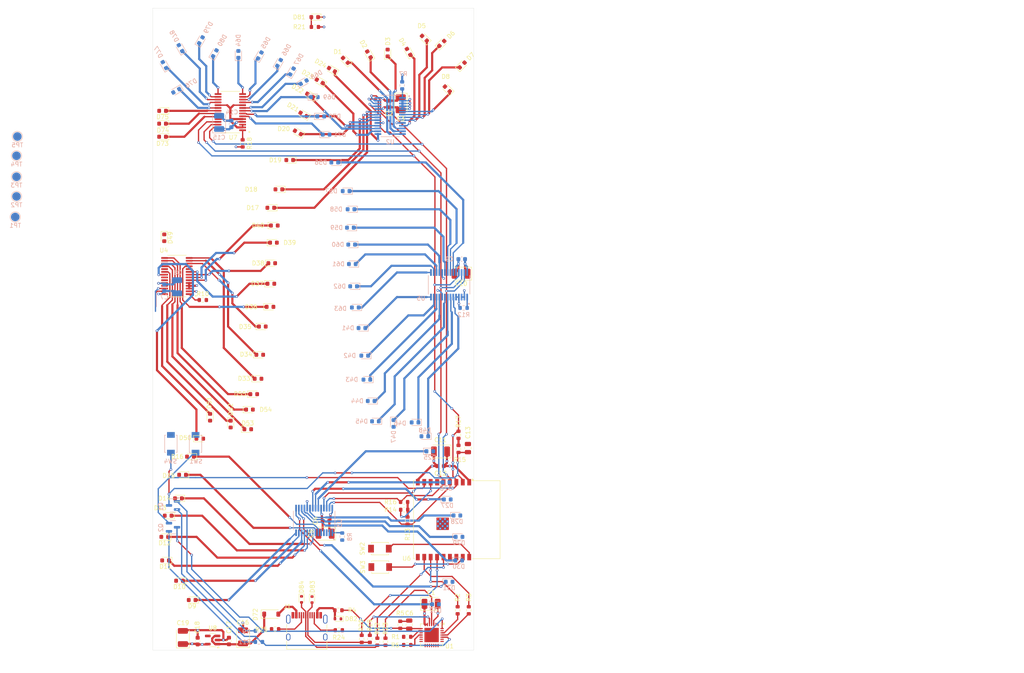
<source format=kicad_pcb>
(kicad_pcb (version 20241229) (generator "pcbnew") (generator_version "9.0")
  (layers (0 "F.Cu" signal) (4 "In1.Cu" power "GND") (6 "In2.Cu" power "POWER") (2 "B.Cu" signal) (13 "F.Paste" user) (15 "B.Paste" user) (5 "F.SilkS" user "F.Silkscreen") (7 "B.SilkS" user "B.Silkscreen") (1 "F.Mask" user) (3 "B.Mask" user) (25 "Edge.Cuts" user))
  (net 0 "")
  (net 1 "+3V3")
  (net 2 "GND")
  (net 3 "Net-(U1-VBUS)")
  (net 4 "/IO9")
  (net 5 "/CHIP_PU")
  (net 6 "+5V")
  (net 7 "/VBUS")
  (net 8 "Net-(D81-A)")
  (net 9 "/USB_D-")
  (net 10 "/STN_RSCH_TECH")
  (net 11 "/STN_ALLEN")
  (net 12 "/STN_KCHNR_MRKT")
  (net 13 "/LED_IS_FETCHING")
  (net 14 "/INTER_nrthf_rnt_3")
  (net 15 "/STN_MILL")
  (net 16 "/STN_WILLIS_WAY")
  (net 17 "/STN_QUEEN")
  (net 18 "/INTER_nrthf_rnt_2")
  (net 19 "/INTER_borden_mill_2")
  (net 20 "/INTER_lwp_willis")
  (net 21 "/STN_VICTORIA")
  (net 22 "/INTER_borden_mill_1")
  (net 23 "/INTER_nrthf_rnt_1")
  (net 24 "/STN_LAURIER_UW_PARK")
  (net 25 "/STN_CENTRAL")
  (net 26 "/STN_BORDEN")
  (net 27 "/STN_NORTHFIELD")
  (net 28 "/INTER_uw_lwp_1")
  (net 29 "/INTER_grh_cntrl_2")
  (net 30 "/INTER_cstg_nrthf_2")
  (net 31 "/INTER_kmrkt_borden_2")
  (net 32 "/USB_D+")
  (net 33 "/STN_UWATERLOO")
  (net 34 "/INTER_grh_cntrl_1")
  (net 35 "/INTER_cstg_nrthf_1")
  (net 36 "/INTER_kmrkt_borden_1")
  (net 37 "/INTER_rnt_uw_2")
  (net 38 "/STN_GRH")
  (net 39 "/STN_CONESTOGA")
  (net 40 "/INTER_rnt_uw_1")
  (net 41 "/INTER_allen_grh_1")
  (net 42 "/STN_FAIRWAY")
  (net 43 "/INTER_block_mill_3")
  (net 44 "/STN_REV_CITY_HALL")
  (net 45 "/INTER_wloosq_lwp")
  (net 46 "/INTER_rnt_nrthf_2")
  (net 47 "/LED_API_FAILURE")
  (net 48 "/LED_MAP_MODE")
  (net 49 "/INTER_block_fairway_3")
  (net 50 "/INTER_block_mill_2")
  (net 51 "/STN_REV_FREDERICK")
  (net 52 "/STN_REV_WLOO_SQ")
  (net 53 "/INTER_rnt_nrthf_1")
  (net 54 "/LED_WIFI")
  (net 55 "/INTER_block_fairway_2")
  (net 56 "/INTER_block_mill_1")
  (net 57 "/STN_REV_KTCHNR_MRKT")
  (net 58 "/STN_REV_ALLEN")
  (net 59 "/STN_REV_RSRCH_TECH")
  (net 60 "/STN_REV_CONESTOGA")
  (net 61 "/INTER_block_fairway_1")
  (net 62 "/STN_REV_BLOCK_LINE")
  (net 63 "/INTER_mill_borden_2")
  (net 64 "/INTER_grh_allen_1")
  (net 65 "/INTER_uw_rnt_2")
  (net 66 "/INTER_nrthf_cnstga_2")
  (net 67 "/STN_BLOCK_LINE")
  (net 68 "/INTER_fairway_block_3")
  (net 69 "/INTER_borden_kmrkt_1")
  (net 70 "/STN_REV_GRH")
  (net 71 "/INTER_uw_rnt_1")
  (net 72 "/INTER_nrthf_cnstga_1")
  (net 73 "/INTER_mill_block_3")
  (net 74 "/INTER_fairway_block_2")
  (net 75 "/STN_REV_BORDEN")
  (net 76 "/INTER_central_grh_2")
  (net 77 "/STN_REV_UW")
  (net 78 "/STN_REV_NORTHFIELD")
  (net 79 "/INTER_mill_block_2")
  (net 80 "/INTER_fairway_block_1")
  (net 81 "/INTER_mill_borden_1")
  (net 82 "/INTER_central_grh_1")
  (net 83 "/INTER_lwp_uw")
  (net 84 "/INTER_rnt_nrthf_3")
  (net 85 "/INTER_mill_block_1")
  (net 86 "/STN_REV_FAIRWAY")
  (net 87 "/STN_REV_MILL")
  (net 88 "/STN_REV_CENTRAL")
  (net 89 "/STN_REV_LAURIER_UW_PARK")
  (net 91 "Net-(J1-CC1)")
  (net 92 "Net-(J1-CC2)")
  (net 96 "/~{RTS}")
  (net 97 "Net-(Q1-B)")
  (net 98 "Net-(Q2-B)")
  (net 99 "/~{DTR}")
  (net 100 "Net-(U1-~{RST})")
  (net 101 "Net-(U1-TXD)")
  (net 102 "/U0TXD")
  (net 103 "/U0RXD")
  (net 104 "Net-(U1-RXD)")
  (net 105 "Net-(U1-~{SUSPEND})")
  (net 106 "/IO5_SDA")
  (net 107 "/IO6_SCL")
  (net 108 "/IO4_~{RESET}")
  (net 109 "/USB_DN")
  (net 110 "/IO18")
  (net 111 "/IO19")
  (net 112 "/USB_DP")
  (net 113 "Net-(U2-REXT)")
  (net 114 "Net-(U3-REXT)")
  (net 115 "/IO8")
  (net 116 "Net-(U4-REXT)")
  (net 117 "Net-(U7-REXT)")
  (net 118 "Net-(U5-REXT)")
  (net 119 "/IO0_SW")
  (net 120 "/IO1_SW")
  (net 121 "/IO2")
  (net 122 "/IO3")
  (net 123 "/IO7")
  (net 124 "/IO10")
  (footprint "LED_SMD:LED_0603_1608Metric" (layer "F.Cu") (at 141 32.3 150)
    (property "Reference" "D23")
    (property "Value" "LED_INTER_WHITE")
  )
  (footprint "Capacitor_Tantalum_SMD:CP_EIA-3528-15_AVX-H" (layer "F.Cu") (at 123.1 162.1 90)
    (property "Reference" "C16")
    (property "Value" "10 uF/25V")
  )
  (footprint "TS-1088-AR02016:SW_TS-1088-AR02016_1" (layer "F.Cu") (at 155.05 141.5 180)
    (property "Reference" "SW2")
    (property "Value" "FORCE_REFRESH")
  )
  (footprint "LED_SMD:LED_0603_1608Metric" (layer "F.Cu") (at 108.9625 124.25 180)
    (property "Reference" "D15")
    (property "Value" "LED_INTER_WHITE")
  )
  (footprint "Resistor_SMD:R_0603_1608Metric" (layer "F.Cu") (at 161.425 164 180)
    (property "Reference" "R6")
    (property "Value" "10K (NC)")
  )
  (footprint "Resistor_SMD:R_0603_1608Metric" (layer "F.Cu") (at 159.8 159.3 90)
    (property "Reference" "R5")
    (property "Value" "47.5K")
  )
  (footprint "Resistor_SMD:R_0603_1608Metric" (layer "F.Cu") (at 150.8 162.575 90)
    (property "Reference" "R20")
    (property "Value" "0(1%)")
  )
  (footprint "LED_SMD:LED_0603_1608Metric" (layer "F.Cu") (at 108.25 149 180)
    (property "Reference" "D10")
    (property "Value" "LED_INTER_WHITE")
  )
  (footprint "LED_SMD:LED_0603_1608Metric" (layer "F.Cu") (at 130.2 70)
    (property "Reference" "D39")
    (property "Value" "LED_STN_BLUE")
  )
  (footprint "LED_SMD:LED_0603_1608Metric" (layer "F.Cu") (at 104.3 39.2 180)
    (property "Reference" "D75")
    (property "Value" "LED_GREEN_WIFI")
  )
  (footprint "LED_SMD:LED_0603_1608Metric" (layer "F.Cu") (at 104.8 138.75 180)
    (property "Reference" "D12")
    (property "Value" "LED_INTER_WHITE")
  )
  (footprint "LED_SMD:LED_0603_1608Metric" (layer "F.Cu") (at 124.2 113.6)
    (property "Reference" "D53")
    (property "Value" "LED_STN_BLUE")
  )
  (footprint "LED_SMD:LED_0603_1608Metric" (layer "F.Cu") (at 115.4 110.8 -90)
    (property "Reference" "D51")
    (property "Value" "LED_INTER_WHITE")
  )
  (footprint "LED_SMD:LED_0603_1608Metric" (layer "F.Cu") (at 127 96.2)
    (property "Reference" "D34")
    (property "Value" "LED_STN_BLUE")
  )
  (footprint "MountingHole:MountingHole_2.2mm_M2" (layer "F.Cu") (at 104.5 162.75)
    (property "Reference" "H3")
    (property "Value" "MountingHole")
  )
  (footprint "Resistor_SMD:R_0603_1608Metric" (layer "F.Cu") (at 113.7 83.4)
    (property "Reference" "R10")
    (property "Value" "931R")
  )
  (footprint "Package_DFN_QFN:QFN-28-1EP_5x5mm_P0.5mm_EP3.35x3.35mm" (layer "F.Cu") (at 167.12 161.68 -90)
    (property "Reference" "U1")
    (property "Value" "CP2102N-Axx-xQFN28")
  )
  (footprint "TS-1088-AR02016:SW_TS-1088-AR02016_1" (layer "F.Cu") (at 155.125 145.8 180)
    (property "Reference" "SW3")
    (property "Value" "NEXT_TRAIN")
  )
  (footprint "Resistor_SMD:R_0603_1608Metric" (layer "F.Cu") (at 154.45 163.25 90)
    (property "Reference" "R22")
    (property "Value" "0(1%)")
  )
  (footprint "Capacitor_Tantalum_SMD:CP_EIA-3528-15_AVX-H" (layer "F.Cu") (at 159.9 37.55 -90)
    (property "Reference" "C3")
    (property "Value" "10uF")
  )
  (footprint "Diode_SMD:D_SOD-523" (layer "F.Cu") (at 139.2 153.4 -90)
    (property "Reference" "D83")
    (property "Value" "D_TVS_Filled")
  )
  (footprint "LED_SMD:LED_0603_1608Metric" (layer "F.Cu") (at 165.45 22.25 135)
    (property "Reference" "D5")
    (property "Value" "LED_STN_BLUE")
  )
  (footprint "LED_SMD:LED_0603_1608Metric" (layer "F.Cu") (at 104.2875 42.2 180)
    (property "Reference" "D74")
    (property "Value" "LED_MAP_MODE_GREEN")
  )
  (footprint "LED_SMD:LED_0603_1608Metric" (layer "F.Cu") (at 129.4 85)
    (property "Reference" "D36")
    (property "Value" "LED_STN_BLUE")
  )
  (footprint "MountingHole:MountingHole_2.2mm_M2" (layer "F.Cu") (at 174.5 17.75)
    (property "Reference" "H2")
    (property "Value" "MountingHole")
  )
  (footprint "Capacitor_SMD:C_0805_2012Metric" (layer "F.Cu") (at 161.9 159.25 90)
    (property "Reference" "C6")
    (property "Value" "1uF/16V")
  )
  (footprint "Resistor_SMD:R_0603_1608Metric" (layer "F.Cu") (at 139.875 19.6 180)
    (property "Reference" "R21")
    (property "Value" "5.1 K")
  )
  (footprint "LED_SMD:LED_0603_1608Metric" (layer "F.Cu") (at 139.825 17.3 180)
    (property "Reference" "D81")
    (property "Value" "RED POWER LED")
  )
  (footprint "LED_SMD:LED_0603_1608Metric" (layer "F.Cu") (at 113 115.8)
    (property "Reference" "D50")
    (property "Value" "LED_STN_BLUE")
  )
  (footprint "LED_SMD:LED_0603_1608Metric" (layer "F.Cu") (at 105.6 133.8 180)
    (property "Reference" "D13")
    (property "Value" "LED_STN_BLUE")
  )
  (footprint "Resistor_SMD:R_0603_1608Metric" (layer "F.Cu") (at 161.5 134.95 90)
    (property "Reference" "R13")
    (property "Value" "4.7K")
  )
  (footprint "LED_SMD:LED_0603_1608Metric" (layer "F.Cu") (at 133.9875 50.7 180)
    (property "Reference" "D19")
    (property "Value" "LED_INTER_WHITE")
  )
  (footprint "Resistor_SMD:R_0603_1608Metric" (layer "F.Cu") (at 145.455 160.55)
    (property "Reference" "R24")
    (property "Value" "5.1K")
  )
  (footprint "TLC59116IPWR:SOP65P640X120-28N" (layer "F.Cu") (at 107.645 77.8 180)
    (property "Reference" "U4")
    (property "Value" "TLC59116IPWR")
  )
  (footprint "LED_SMD:LED_0603_1608Metric" (layer "F.Cu") (at 137.2 40.05 150)
    (property "Reference" "D21")
    (property "Value" "LED_INTER_WHITE")
  )
  (footprint "LED_SMD:LED_0603_1608Metric" (layer "F.Cu") (at 161.75625 25.418004 120)
    (property "Reference" "D4")
    (property "Value" "LED_INTER_WHITE")
  )
  (footprint "Capacitor_SMD:C_0805_2012Metric" (layer "F.Cu") (at 175.6 118 90)
    (property "Reference" "C13")
    (property "Value" "1uF/16V")
  )
  (footprint "Resistor_SMD:R_0603_1608Metric" (layer "F.Cu") (at 173.4 114.9 -90)
    (property "Reference" "R17")
    (property "Value" "10K")
  )
  (footprint "LED_SMD:LED_0603_1608Metric" (layer "F.Cu") (at 129.5625 61.85 180)
    (property "Reference" "D17")
    (property "Value" "LED_STN_BLUE")
  )
  (footprint "LED_SMD:LED_0603_1608Metric" (layer "F.Cu") (at 169.5 23.45 45)
    (property "Reference" "D6")
    (property "Value" "LED_INTER_WHITE")
  )
  (footprint "TLC59116IPWR:SOP65P640X120-28N" (layer "F.Cu") (at 120.125 39.5 180)
    (property "Reference" "U7")
    (property "Value" "TLC59116IPWR")
  )
  (footprint "Resistor_SMD:R_0603_1608Metric" (layer "F.Cu") (at 161.425 162.1)
    (property "Reference" "R1")
    (property "Value" "1K")
  )
  (footprint "Resistor_SMD:R_0603_1608Metric" (layer "F.Cu") (at 173.4 118.2 -90)
    (property "Reference" "R15")
    (property "Value" "R")
  )
  (footprint "LED_SMD:LED_0603_1608Metric" (layer "F.Cu") (at 125.6 105.4)
    (property "Reference" "D55")
    (property "Value" "LED_INTER_WHITE")
  )
  (footprint "Capacitor_Tantalum_SMD:CP_EIA-3528-15_AVX-H" (layer "F.Cu") (at 142.25 138 180)
    (property "Reference" "C5")
    (property "Value" "10uF")
  )
  (footprint "Diode_SMD:D_SOD-523" (layer "F.Cu") (at 136.75 153.35 -90)
    (property "Reference" "D84")
    (property "Value" "D_TVS_Filled")
  )
  (footprint "LED_SMD:LED_0603_1608Metric" (layer "F.Cu") (at 105 144.25 180)
    (property "Reference" "D11")
    (property "Value" "LED_INTER_WHITE")
  )
  (footprint "Capacitor_Tantalum_SMD:CP_EIA-3528-15_AVX-H" (layer "F.Cu") (at 174 77.25 180)
    (property "Reference" "C10")
    (property "Value" "10uF")
  )
  (footprint "LED_SMD:LED_0603_1608Metric" (layer "F.Cu") (at 129.6 79.6)
    (property "Reference" "D37")
    (property "Value" "LED_INTER_WHITE")
  )
  (footprint "Capacitor_SMD:C_0603_1608Metric" (layer "F.Cu") (at 142.4625 135 180)
    (property "Reference" "C4")
    (property "Value" "0.1uF ceramic")
  )
  (footprint "Capacitor_Tantalum_SMD:CP_EIA-3528-15_AVX-H" (layer "F.Cu") (at 167 154.4)
    (property "Reference" "C1")
    (property "Value" "10 uF/25V")
  )
  (footprint "LED_SMD:LED_0603_1608Metric" (layer "F.Cu") (at 111.2 153.5 180)
    (property "Reference" "D9")
    (property "Value" "LED_STN_BLUE")
  )
  (footprint "LED_SMD:LED_0603_1608Metric" (layer "F.Cu") (at 156.85625 25.668004 90)
    (property "Reference" "D3")
    (property "Value" "LED_INTER_WHITE")
  )
  (footprint "LED_SMD:LED_0603_1608Metric" (layer "F.Cu") (at 152.49375 26.018004 120)
    (property "Reference" "D2")
    (property "Value" "LED_INTER_WHITE")
  )
  (footprint "LED_SMD:LED_0603_1608Metric" (layer "F.Cu") (at 108 129.75 180)
    (property "Reference" "D14")
    (property "Value" "LED_INTER_WHITE")
  )
  (footprint "LED_SMD:LED_0603_1608Metric" (layer "F.Cu") (at 131.45 57.55 180)
    (property "Reference" "D18")
    (property "Value" "LED_STN_BLUE")
  )
  (footprint "LED_SMD:LED_0603_1608Metric" (layer "F.Cu") (at 126.6 101.8)
    (property "Reference" "D33")
    (property "Value" "LED_STN_BLUE")
  )
  (footprint "Capacitor_Tantalum_SMD:CP_EIA-3528-15_AVX-H" (layer "F.Cu") (at 109.05 162.25 90)
    (property "Reference" "C19")
    (property "Value" "10 uFF/25V")
  )
  (footprint "LED_SMD:LED_0603_1608Metric" (layer "F.Cu") (at 135.9 44.25 150)
    (property "Reference" "D20")
    (property "Value" "LED_STN_BLUE")
  )
  (footprint "LED_SMD:LED_0603_1608Metric" (layer "F.Cu") (at 104.7 68.8625 -90)
    (property "Reference" "D49")
    (property "Value" "LED_FETCH_GREEN")
  )
  (footprint "LED_SMD:LED_0603_1608Metric" (layer "F.Cu") (at 138.768005 35.60625 150)
    (property "Reference" "D22")
    (property "Value" "LED_STN_BLUE")
  )
  (footprint "Resistor_SMD:R_0603_1608Metric" (layer "F.Cu") (at 160.7 130.6)
    (property "Reference" "R16")
    (property "Value" "4.7K")
  )
  (footprint "Diode_SMD:D_SOD-123" (layer "F.Cu") (at 129.68 156.8)
    (property "Reference" "D72")
    (property "Value" "D")
  )
  (footprint "Connector_USB:USB_C_Receptacle_HRO_TYPE-C-31-M-12" (layer "F.Cu") (at 137.98 161.1)
    (property "Reference" "J1")
    (property "Value" "USB_C_Receptacle_USB2.0_16P")
  )
  (footprint "LED_SMD:LED_0603_1608Metric" (layer "F.Cu") (at 129.8 74.8)
    (property "Reference" "D38")
    (property "Value" "LED_INTER_WHITE")
  )
  (footprint "RF_Module:ESP32-C3-WROOM-02" (layer "F.Cu") (at 169.9 134.725 -90)
    (property "Reference" "U6")
    (property "Value" "ESP32-C3-WROOM-02")
  )
  (footprint "Package_TO_SOT_SMD:SOT-23-5" (layer "F.Cu") (at 116 162.85 180)
    (property "Reference" "U8")
    (property "Value" "AP2112K-3.3")
  )
  (footprint "MountingHole:MountingHole_2.2mm_M2" (layer "F.Cu") (at 174.5 162.75)
    (property "Reference" "H4")
    (property "Value" "MountingHole")
  )
  (footprint "Resistor_SMD:R_0603_1608Metric" (layer "F.Cu") (at 145.355 155.9)
    (property "Reference" "R4")
    (property "Value" "22.1 K")
  )
  (footprint "LED_SMD:LED_0603_1608Metric" (layer "F.Cu") (at 124.6 109)
    (property "Reference" "D54")
    (property "Value" "LED_INTER_WHITE")
  )
  (footprint "LED_SMD:LED_0603_1608Metric" (layer "F.Cu") (at 174.25 28.5 45)
    (property "Reference" "D7")
    (property "Value" "LED_INTER_WHITE")
  )
  (footprint "Capacitor_SMD:C_0603_1608Metric" (layer "F.Cu") (at 112.5 163.1 -90)
    (property "Reference" "C18")
    (property "Value" "0.1 uF/50V")
  )
  (footprint "Resistor_SMD:R_0603_1608Metric" (layer "F.Cu") (at 152.7 162.575 90)
    (property "Reference" "R19")
    (property "Value" "0(1%)")
  )
  (footprint "LED_SMD:LED_0603_1608Metric" (layer "F.Cu") (at 170.793153 34.093153 135)
    (property "Reference" "D8")
    (property "Value" "LED_STN_BLUE")
  )
  (footprint "Resistor_SMD:R_0603_1608Metric" (layer "F.Cu") (at 160.725 132.4 180)
    (property "Reference" "R14")
    (property "Value" "10K")
  )
  (footprint "LED_SMD:LED_0603_1608Metric" (layer "F.Cu") (at 143.85 29.6 150)
    (property "Reference" "D24")
    (property "Value" "LED_INTER_WHITE")
  )
  (footprint "LED_SMD:LED_0603_1608Metric" (layer "F.Cu") (at 104.2875 45.25 180)
    (property "Reference" "D73")
    (property "Value" "LED_API_FAIL_RED")
  )
  (footprint "Resistor_SMD:R_0603_1608Metric" (layer "F.Cu") (at 175.8 155.9 90)
    (property "Reference" "R3")
    (property "Value" "0")
  )
  (footprint "Diode_SMD:D_SOD-523" (layer "F.Cu") (at 145.25 157.9 180)
    (property "Reference" "D82")
    (property "Value" "D_TVS_Filled")
  )
  (footprint "Capacitor_Tantalum_SMD:CP_EIA-3528-15_AVX-H" (layer "F.Cu") (at 169.2 118.8 180)
    (property "Reference" "C11")
    (property "Value" "10uF/25V")
  )
  (footprint "LED_SMD:LED_0603_1608Metric" (layer "F.Cu") (at 120.2 112.4 -90)
    (property "Reference" "D52")
    (property "Value" "LED_INTER_WHITE")
  )
  (footprint "LED_SMD:LED_0603_1608Metric" (layer "F.Cu") (at 110.8 120 180)
    (property "Reference" "D16")
    (property "Value" "LED_INTER_WHITE")
  )
  (footprint "Capacitor_SMD:C_0603_1608Metric" (layer "F.Cu") (at 169.2 122.2 180)
    (property "Reference" "C12")
    (property "Value" "0.1uF/50V")
  )
  (footprint "Capacitor_SMD:C_0603_1608Metric" (layer "F.Cu") (at 119.8 163.075 -90)
    (property "Reference" "C17")
    (property "Value" "0.1 uF/50V")
  )
  (footprint "Resistor_SMD:R_0603_1608Metric" (layer "F.Cu") (at 156.35 163.25 90)
    (property "Reference" "R23")
    (property "Value" "0(1%)")
  )
  (footprint "MountingHole:MountingHole_2.2mm_M2" (layer "F.Cu") (at 104.5 17.75)
    (property "Reference" "H1")
    (property "Value" "MountingHole")
  )
  (footprint "LED_SMD:LED_0603_1608Metric" (layer "F.Cu") (at 127.6 89.6)
    (property "Reference" "D35")
    (property "Value" "LED_STN_BLUE")
  )
  (footprint "LED_SMD:LED_0603_1608Metric" (layer "F.Cu") (at 147 27.4 135)
    (property "Reference" "D1")
    (property "Value" "LED_STN_BLUE")
  )
  (footprint "Resistor_SMD:R_0603_1608Metric" (layer "F.Cu") (at 173.2 155.9 90)
    (property "Reference" "R2")
    (property "Value" "0")
  )
  (footprint "Capacitor_SMD:C_0603_1608Metric" (layer "F.Cu") (at 157.15 37.6 -90)
    (property "Reference" "C2")
    (property "Value" "0.1uF ceramic")
  )
  (footprint "Resistor_SMD:R_0603_1608Metric" (layer "F.Cu") (at 130.58 160.3 180)
    (property "Reference" "R25")
    (property "Value" "5.1K")
  )
  (footprint "LED_SMD:LED_0603_1608Metric" (layer "F.Cu") (at 130.4 66)
    (property "Reference" "D40")
    (property "Value" "LED_INTER_WHITE")
  )
  (footprint "Resistor_SMD:R_0603_1608Metric" (layer "F.Cu") (at 123 46.8 -90)
    (property "Reference" "R18")
    (property "Value" "931R")
  )
  (footprint "LED_SMD:LED_0603_1608Metric" (layer "B.Cu") (at 170.5 126)
    (property "Reference" "D26")
    (property "Value" "LED_INTER_WHITE")
  )
  (footprint "LED_SMD:LED_0603_1608Metric" (layer "B.Cu") (at 173.4625 144.25)
    (property "Reference" "D30")
    (property "Value" "LED_INTER_WHITE")
  )
  (footprint "LED_SMD:LED_0603_1608Metric" (layer "B.Cu") (at 154 111.75 180)
    (property "Reference" "D45")
    (property "Value" "LED_STN_BLUE")
  )
  (footprint "TS-1088-AR02016:SW_TS-1088-AR02016_1" (layer "B.Cu") (at 112 117 -90)
    (property "Reference" "SW1")
    (property "Value" "SW_MCU_RESET")
  )
  (footprint "TLC59116IPWR:SOP65P640X120-28N" (layer "B.Cu") (at 171.2 79.845 90)
    (property "Reference" "U5")
    (property "Value" "TLC59116IPWR")
  )
  (footprint "LED_SMD:LED_0603_1608Metric" (layer "B.Cu") (at 108.5 24.5375 120)
    (property "Reference" "D78")
    (property "Value" "LED_INTER_WHITE")
  )
  (footprint "LED_SMD:LED_0603_1608Metric" (layer "B.Cu") (at 149.3 85.15 180)
    (property "Reference" "D63")
    (property "Value" "LED_STN_BLUE")
  )
  (footprint "TestPoint:TestPoint_Pad_D2.0mm" (layer "B.Cu") (at 70.2 59.2)
    (property "Reference" "TP2")
    (property "Value" "TestPoint")
  )
  (footprint "LED_SMD:LED_0603_1608Metric" (layer "B.Cu") (at 148.6 75 180)
    (property "Reference" "D61")
    (property "Value" "LED_INTER_WHITE")
  )
  (footprint "LED_SMD:LED_0603_1608Metric" (layer "B.Cu") (at 150.85 89.95 180)
    (property "Reference" "D41")
    (property "Value" "LED_STN_BLUE")
  )
  (footprint "Package_TO_SOT_SMD:SOT-23" (layer "B.Cu") (at 106.7375 131.4 180)
    (property "Reference" "Q1")
    (property "Value" "L8050QLT1G")
  )
  (footprint "LED_SMD:LED_0603_1608Metric" (layer "B.Cu") (at 122 26 90)
    (property "Reference" "D64")
    (property "Value" "LED_INTER_WHITE")
  )
  (footprint "LED_SMD:LED_0603_1608Metric" (layer "B.Cu") (at 107.5 34.5 -150)
    (property "Reference" "D76")
    (property "Value" "LED_STN_BLUE")
  )
  (footprint "Resistor_SMD:R_0603_1608Metric" (layer "B.Cu") (at 160.25 33.25 90)
    (property "Reference" "R7")
    (property "Value" "931R")
  )
  (footprint "LED_SMD:LED_0603_1608Metric" (layer "B.Cu") (at 173.0375 133.75)
    (property "Reference" "D28")
    (property "Value" "LED_STN_BLUE")
  )
  (footprint "LED_SMD:LED_0603_1608Metric" (layer "B.Cu") (at 166.7125 118.75)
    (property "Reference" "D25")
    (property "Value" "LED_INTER_WHITE")
  )
  (footprint "TestPoint:TestPoint_Pad_D2.0mm" (layer "B.Cu") (at 69.9 64)
    (property "Reference" "TP1")
    (property "Value" "TestPoint")
  )
  (footprint "LED_SMD:LED_0603_1608Metric" (layer "B.Cu") (at 151.5 96.4 180)
    (property "Reference" "D42")
    (property "Value" "LED_STN_BLUE")
  )
  (footprint "LED_SMD:LED_0603_1608Metric" (layer "B.Cu") (at 116.5 25.75 60)
    (property "Reference" "D80")
    (property "Value" "LED_INTER_WHITE")
  )
  (footprint "Resistor_SMD:R_0603_1608Metric" (layer "B.Cu") (at 174.6 85.25 180)
    (property "Reference" "R12")
    (property "Value" "931R")
  )
  (footprint "Capacitor_Tantalum_SMD:CP_EIA-3528-15_AVX-H" (layer "B.Cu") (at 107.7 80.3 90)
    (property "Reference" "C8")
    (property "Value" "10uF")
  )
  (footprint "Capacitor_Tantalum_SMD:CP_EIA-3528-15_AVX-H" (layer "B.Cu") (at 117.505 41.9 90)
    (property "Reference" "C15")
    (property "Value" "10uF")
  )
  (footprint "LED_SMD:LED_0603_1608Metric" (layer "B.Cu") (at 147.15 57.95 180)
    (property "Reference" "D57")
    (property "Value" "LED_STN_BLUE")
  )
  (footprint "Capacitor_SMD:C_0603_1608Metric" (layer "B.Cu") (at 104.7 80.525 90)
    (property "Reference" "C7")
    (property "Value" "0.1uF ceramic")
  )
  (footprint "LED_SMD:LED_0603_1608Metric" (layer "B.Cu") (at 144.5 51.25 180)
    (property "Reference" "D56")
    (property "Value" "LED_INTER_WHITE")
  )
  (footprint "LED_SMD:LED_0603_1608Metric" (layer "B.Cu") (at 137.25 32.5 30)
    (property "Reference" "D68")
    (property "Value" "LED_INTER_WHITE")
  )
  (footprint "Package_TO_SOT_SMD:SOT-23" (layer "B.Cu") (at 106.7375 136.5)
    (property "Reference" "Q2")
    (property "Value" "L8050QLT1G")
  )
  (footprint "Capacitor_SMD:C_0603_1608Metric" (layer "B.Cu") (at 120.375 42.25 90)
    (property "Reference" "C14")
    (property "Value" "0.1uF ceramic")
  )
  (footprint "TLC59116IPWR:SOP65P640X120-28N" (layer "B.Cu") (at 157.445 40.4 180)
    (property "Reference" "U2")
    (property "Value" "TLC59116IPWR")
  )
  (footprint "LED_SMD:LED_0603_1608Metric" (layer "B.Cu") (at 173.5375 138.75)
    (property "Reference" "D29")
    (property "Value" "LED_INTER_WHITE")
  )
  (footprint "LED_SMD:LED_0603_1608Metric" (layer "B.Cu") (at 141.25 40.5)
    (property "Reference" "D70")
    (property "Value" "LED_INTER_WHITE")
  )
  (footprint "LED_SMD:LED_0603_1608Metric" (layer "B.Cu") (at 152 102 180)
    (property "Reference" "D43")
    (property "Value" "LED_STN_BLUE")
  )
  (footprint "Capacitor_SMD:C_0603_1608Metric" (layer "B.Cu") (at 174.15 73.85 180)
    (property "Reference" "C9")
    (property "Value" "0.1uF ceramic")
  )
  (footprint "TestPoint:TestPoint_Pad_D2.0mm" (layer "B.Cu") (at 70.2 49.7)
    (property "Reference" "TP4")
    (property "Value" "TestPoint")
  )
  (footprint "LED_SMD:LED_0603_1608Metric" (layer "B.Cu") (at 168.0375 154.5)
    (property "Reference" "D32")
    (property "Value" "LED_STN_BLUE")
  )
  (footprint "LED_SMD:LED_0603_1608Metric" (layer "B.Cu") (at 170.7875 130)
    (property "Reference" "D27")
    (property "Value" "LED_INTER_WHITE")
  )
  (footprint "LED_SMD:LED_0603_1608Metric" (layer "B.Cu") (at 148.3 62.2 180)
    (property "Reference" "D58")
    (property "Value" "LED_STN_BLUE")
  )
  (footprint "LED_SMD:LED_0603_1608Metric" (layer "B.Cu") (at 104.75 28.5 120)
    (property "Reference" "D77")
    (property "Value" "LED_INTER_WHITE")
  )
  (footprint "LED_SMD:LED_0603_1608Metric" (layer "B.Cu") (at 153 107 180)
    (property "Reference" "D44")
    (property "Value" "LED_INTER_WHITE")
  )
  (footprint "TestPoint:TestPoint_Pad_D2.0mm" (layer "B.Cu") (at 70.2 54.6)
    (property "Reference" "TP3")
    (property "Value" "TestPoint")
  )
  (footprint "LED_SMD:LED_0603_1608Metric" (layer "B.Cu") (at 163.25 112 180)
    (property "Reference" "D46")
    (property "Value" "LED_INTER_WHITE")
  )
  (footprint "Resistor_SMD:R_0603_1608Metric" (layer "B.Cu") (at 126.8 163.3 180)
    (property "Reference" "R11")
    (property "Value" "10K")
  )
  (footprint "LED_SMD:LED_0603_1608Metric" (layer "B.Cu") (at 142.5 44.75)
    (property "Reference" "D71")
    (property "Value" "LED_STN_BLUE")
  )
  (footprint "Resistor_SMD:R_0603_1608Metric" (layer "B.Cu") (at 146.25 138.675 -90)
    (property "Reference" "R8")
    (property "Value" "931R")
  )
  (footprint "LED_SMD:LED_0603_1608Metric" (layer "B.Cu") (at 148.15 66.5 180)
    (property "Reference" "D59")
    (property "Value" "LED_INTER_WHITE")
  )
  (footprint "LED_SMD:LED_0603_1608Metric" (layer "B.Cu") (at 148.45 70.45 180)
    (property "Reference" "D60")
    (property "Value" "LED_STN_BLUE")
  )
  (footprint "LED_SMD:LED_0603_1608Metric" (layer "B.Cu") (at 113.25 22.7125 60)
    (property "Reference" "D79")
    (property "Value" "LED_STN_BLUE")
  )
  (footprint "LED_SMD:LED_0603_1608Metric" (layer "B.Cu") (at 148.9 80.2 180)
    (property "Reference" "D62")
    (property "Value" "LED_INTER_WHITE")
  )
  (footprint "TestPoint:TestPoint_Pad_D2.0mm" (layer "B.Cu") (at 70.4 45.2)
    (property "Reference" "TP5")
    (property "Value" "TestPoint")
  )
  (footprint "LED_SMD:LED_0603_1608Metric" (layer "B.Cu") (at 171.2125 149.25)
    (property "Reference" "D31")
    (property "Value" "LED_INTER_WHITE")
  )
  (footprint "TLC59116IPWR:SOP65P640X120-28N" (layer "B.Cu") (at 139.7 134.9 90)
    (property "Reference" "U3")
    (property "Value" "TLC59116IPWR")
  )
  (footprint "TS-1088-AR02016:SW_TS-1088-AR02016_1" (layer "B.Cu") (at 106.25 117 -90)
    (property "Reference" "SW4")
    (property "Value" "SW_BOOT_SEL")
  )
  (footprint "Resistor_SMD:R_0603_1608Metric" (layer "B.Cu") (at 126.8 160.7 180)
    (property "Reference" "R9")
    (property "Value" "10K")
  )
  (footprint "LED_SMD:LED_0603_1608Metric" (layer "B.Cu") (at 131.5 28 60)
    (property "Reference" "D66")
    (property "Value" "LED_STN_BLUE")
  )
  (footprint "LED_SMD:LED_0603_1608Metric" (layer "B.Cu") (at 134.5 30 60)
    (property "Reference" "D67")
    (property "Value" "LED_INTER_WHITE")
  )
  (footprint "LED_SMD:LED_0603_1608Metric" (layer "B.Cu") (at 158.25 112.25 -90)
    (property "Reference" "D47")
    (property "Value" "LED_INTER_WHITE")
  )
  (footprint "LED_SMD:LED_0603_1608Metric" (layer "B.Cu") (at 165.5375 115.25 180)
    (property "Reference" "D48")
    (property "Value" "LED_STN_BLUE")
  )
  (footprint "LED_SMD:LED_0603_1608Metric" (layer "B.Cu") (at 139.75 36)
    (property "Reference" "D69")
    (property "Value" "LED_STN_BLUE")
  )
  (footprint "LED_SMD:LED_0603_1608Metric" (layer "B.Cu") (at 127 26.25 60)
    (property "Reference" "D65")
    (property "Value" "LED_INTER_WHITE")
  )
  (gr_rect (start 102 15.2) (end 177 165.2) (stroke (width 0.05)) (fill no) (layer "Edge.Cuts"))
  (segment (start 169.975 122.2) (end 170.7 121.475) (width 0.5) (layer "F.Cu") (net 1))
  (segment (start 170.7 121.475) (end 170.7 121.05) (width 0.5) (layer "F.Cu") (net 1))
  (segment (start 104.75 82) (end 104.775 82.025) (width 0.3) (layer "F.Cu") (net 1))
  (segment (start 122.995 41.775) (end 121.73 41.775) (width 0.3) (layer "F.Cu") (net 1))
  (segment (start 165.4625 159.0725) (end 165.62 159.23) (width 0.5) (layer "F.Cu") (net 1))
  (segment (start 111.2 163.7375) (end 112.3625 163.7375) (width 0.5) (layer "F.Cu") (net 1))
  (segment (start 121.73 41.775) (end 121.595331 41.909669) (width 0.3) (layer "F.Cu") (net 1))
  (segment (start 172.5 122.2) (end 171.35 122.2) (width 0.5) (layer "F.Cu") (net 1))
  (segment (start 143.2375 135) (end 143.2375 137.45) (width 0.5) (layer "F.Cu") (net 1))
  (segment (start 156.264338 36.825) (end 155.744669 36.305331) (width 0.5) (layer "F.Cu") (net 1))
  (segment (start 165.4625 154.4) (end 165.4625 156.65) (width 0.5) (layer "F.Cu") (net 1))
  (segment (start 166.12 159.23) (end 165.62 159.23) (width 0.3) (layer "F.Cu") (net 1))
  (segment (start 109.1 163.7375) (end 111.2 163.7375) (width 0.5) (layer "F.Cu") (net 1))
  (segment (start 175.9 125.6) (end 172.5 122.2) (width 0.5) (layer "F.Cu") (net 1))
  (segment (start 173.4 117.375) (end 173.4 115.725) (width 0.5) (layer "F.Cu") (net 1))
  (segment (start 174.925 76.6375) (end 175.5375 77.25) (width 0.5) (layer "F.Cu") (net 1))
  (segment (start 113.55 163.875) (end 114.7875 163.875) (width 0.5) (layer "F.Cu") (net 1))
  (segment (start 117.255 43.725) (end 118.65 43.725) (width 0.3) (layer "F.Cu") (net 1))
  (segment (start 174.925 74.95) (end 174.925 76.6375) (width 0.5) (layer "F.Cu") (net 1))
  (segment (start 161.525 132.425) (end 161.55 132.4) (width 0.5) (layer "F.Cu") (net 1))
  (segment (start 161.525 130.6) (end 161.525 132.375) (width 0.5) (layer "F.Cu") (net 1))
  (segment (start 143.2375 137.45) (end 143.7875 138) (width 0.5) (layer "F.Cu") (net 1))
  (segment (start 114.7875 163.875) (end 114.8625 163.8) (width 0.5) (layer "F.Cu") (net 1))
  (segment (start 143.5 134.7375) (end 143.2375 135) (width 0.5) (layer "F.Cu") (net 1))
  (segment (start 175.9 125.975) (end 175.9 125.6) (width 0.5) (layer "F.Cu") (net 1))
  (segment (start 140.7 19.6) (end 142 19.6) (width 0.3) (layer "F.Cu") (net 1))
  (segment (start 171.35 122.2) (end 169.975 122.2) (width 0.5) (layer "F.Cu") (net 1))
  (segment (start 159.9 36.0125) (end 159.0875 36.825) (width 0.5) (layer "F.Cu") (net 1))
  (segment (start 161.525 132.375) (end 161.55 132.4) (width 0.5) (layer "F.Cu") (net 1))
  (segment (start 159.0875 36.825) (end 157.15 36.825) (width 0.5) (layer "F.Cu") (net 1))
  (segment (start 118.65 43.725) (end 118.875 43.5) (width 0.3) (layer "F.Cu") (net 1))
  (segment (start 103.35 82) (end 104.75 82) (width 0.3) (layer "F.Cu") (net 1))
  (segment (start 109.05 163.7875) (end 109.1 163.7375) (width 0.5) (layer "F.Cu") (net 1))
  (segment (start 112.5 163.875) (end 113.55 163.875) (width 0.5) (layer "F.Cu") (net 1))
  (segment (start 170.7 121.05) (end 170.7 118.8375) (width 0.5) (layer "F.Cu") (net 1))
  (segment (start 143.5 133.5) (end 143.5 134.7375) (width 0.5) (layer "F.Cu") (net 1))
  (segment (start 170.7 118.8375) (end 170.7375 118.8) (width 0.5) (layer "F.Cu") (net 1))
  (segment (start 112.175 81.375) (end 112.2 81.4) (width 0.3) (layer "F.Cu") (net 1))
  (segment (start 165.4625 156.65) (end 165.4625 159.0725) (width 0.5) (layer "F.Cu") (net 1))
  (segment (start 157.15 36.825) (end 156.264338 36.825) (width 0.5) (layer "F.Cu") (net 1))
  (segment (start 161.525 134.2) (end 161.525 132.425) (width 0.5) (layer "F.Cu") (net 1))
  (segment (start 110.515 81.375) (end 112.175 81.375) (width 0.3) (layer "F.Cu") (net 1))
  (segment (start 112.3625 163.7375) (end 112.5 163.875) (width 0.5) (layer "F.Cu") (net 1))
  (via (at 142 19.6) (size 0.6) (drill 0.3) (layers "F.Cu" "B.Cu") (net 1))
  (via (at 112.2 81.4) (size 0.6) (drill 0.3) (layers "F.Cu" "B.Cu") (net 1))
  (via (at 174.925 74.95) (size 0.6) (drill 0.3) (layers "F.Cu" "B.Cu") (net 1))
  (via (at 113.55 163.875) (size 0.6) (drill 0.3) (layers "F.Cu" "B.Cu") (net 1))
  (via (at 111.2 163.7375) (size 0.6) (drill 0.3) (layers "F.Cu" "B.Cu") (net 1))
  (via (at 171.35 122.2) (size 0.6) (drill 0.3) (layers "F.Cu" "B.Cu") (net 1))
  (via (at 103.35 82) (size 0.6) (drill 0.3) (layers "F.Cu" "B.Cu") (net 1))
  (via (at 155.744669 36.305331) (size 0.6) (drill 0.3) (layers "F.Cu" "B.Cu") (net 1))
  (via (at 174.75 81.2) (size 0.6) (drill 0.3) (layers "F.Cu" "B.Cu") (net 1))
  (via (at 165.4625 156.65) (size 0.6) (drill 0.3) (layers "F.Cu" "B.Cu") (net 1))
  (via (at 118.875 43.5) (size 0.6) (drill 0.3) (layers "F.Cu" "B.Cu") (net 1))
  (via (at 121.595331 41.909669) (size 0.6) (drill 0.3) (layers "F.Cu" "B.Cu") (net 1))
  (via (at 170.7 121.05) (size 0.6) (drill 0.3) (layers "F.Cu" "B.Cu") (net 1))
  (via (at 143.5 133.5) (size 0.6) (drill 0.3) (layers "F.Cu" "B.Cu") (net 1))
  (segment (start 143.925 133.075) (end 143.5 133.5) (width 0.3) (layer "B.Cu") (net 1))
  (segment (start 118.875 43.5) (end 119.9 43.5) (width 0.5) (layer "B.Cu") (net 1))
  (segment (start 118.8125 43.4375) (end 118.875 43.5) (width 0.5) (layer "B.Cu") (net 1))
  (segment (start 174.775 81.225) (end 174.75 81.2) (width 0.3) (layer "B.Cu") (net 1))
  (segment (start 175.425 75.675) (end 174.925 75.175) (width 0.5) (layer "B.Cu") (net 1))
  (segment (start 117.505 43.4375) (end 118.8125 43.4375) (width 0.5) (layer "B.Cu") (net 1))
  (segment (start 107.1625 81.3) (end 107.7 81.8375) (width 0.5) (layer "B.Cu") (net 1))
  (segment (start 119.9 43.5) (end 120.375 43.025) (width 0.5) (layer "B.Cu") (net 1))
  (segment (start 143.925 132.03) (end 143.925 133.075) (width 0.3) (layer "B.Cu") (net 1))
  (segment (start 174.925 74.95) (end 174.925 73.85) (width 0.5) (layer "B.Cu") (net 1))
  (segment (start 174.775 82.715) (end 174.125 82.715) (width 0.3) (layer "B.Cu") (net 1))
  (segment (start 121.490331 41.909669) (end 120.375 43.025) (width 0.5) (layer "B.Cu") (net 1))
  (segment (start 175.425 76.975) (end 175.425 75.675) (width 0.3) (layer "B.Cu") (net 1))
  (segment (start 155.614338 36.175) (end 155.744669 36.305331) (width 0.3) (layer "B.Cu") (net 1))
  (segment (start 174.775 82.715) (end 174.775 81.225) (width 0.3) (layer "B.Cu") (net 1))
  (segment (start 174.925 75.175) (end 174.925 74.95) (width 0.5) (layer "B.Cu") (net 1))
  (segment (start 154.575 36.175) (end 155.614338 36.175) (width 0.3) (layer "B.Cu") (net 1))
  (segment (start 103.35 82) (end 104 82) (width 0.3) (layer "B.Cu") (net 1))
  (segment (start 104 82) (end 104.7 81.3) (width 0.3) (layer "B.Cu") (net 1))
  (segment (start 108.1375 81.4) (end 107.7 81.8375) (width 0.5) (layer "B.Cu") (net 1))
  (segment (start 121.595331 41.909669) (end 121.490331 41.909669) (width 0.5) (layer "B.Cu") (net 1))
  (segment (start 104.7 81.3) (end 107.1625 81.3) (width 0.5) (layer "B.Cu") (net 1))
  (segment (start 122.995 41.125) (end 120.5 41.125) (width 0.5) (layer "F.Cu") (net 2))
  (segment (start 117.255 37.875) (end 119.38 37.875) (width 0.3) (layer "F.Cu") (net 2))
  (segment (start 162.05 38.1) (end 162.05 37.4) (width 0.3) (layer "F.Cu") (net 2))
  (segment (start 103.35 79.5) (end 104.7 79.5) (width 0.3) (layer "F.Cu") (net 2))
  (segment (start 141.6875 137.025) (end 140.7125 138) (width 0.5) (layer "F.Cu") (net 2))
  (segment (start 121.475 47.625) (end 121.45 47.6) (width 0.3) (layer "F.Cu") (net 2))
  (segment (start 167.62 158.28) (end 168.6 157.3) (width 0.3) (layer "F.Cu") (net 2))
  (segment (start 120.125 38.62) (end 120.125 39.8) (width 0.3) (layer "F.Cu") (net 2))
  (segment (start 118.1 160.55) (end 118.5 160.95) (width 0.5) (layer "F.Cu") (net 2))
  (segment (start 163.9 125.373) (end 163.9 125.975) (width 0.5) (layer "F.Cu") (net 2))
  (segment (start 162 38.15) (end 162.05 38.1) (width 0.3) (layer "F.Cu") (net 2))
  (segment (start 173.375 74.95) (end 173.375 76.3375) (width 0.5) (layer "F.Cu") (net 2))
  (segment (start 121.7 43.075) (end 120.125 41.5) (width 0.5) (layer "F.Cu") (net 2))
  (segment (start 123.1 160.5625) (end 123.1 158.85) (width 0.5) (layer "F.Cu") (net 2))
  (segment (start 117.255 41.125) (end 118.5 41.125) (width 0.3) (layer "F.Cu") (net 2))
  (segment (start 156.075 38.375) (end 155.85 38.6) (width 0.5) (layer "F.Cu") (net 2))
  (segment (start 118.5 160.95) (end 118.5 162.85) (width 0.5) (layer "F.Cu") (net 2))
  (segment (start 168.6 156.6) (end 168.6 154.4625) (width 0.3) (layer "F.Cu") (net 2))
  (segment (start 167.65 121.425) (end 167.65 121) (width 0.5) (layer "F.Cu") (net 2))
  (segment (start 109.6125 160.55) (end 112.45 160.55) (width 0.5) (layer "F.Cu") (net 2))
  (segment (start 141.5 134.8125) (end 141.6875 135) (width 0.5) (layer "F.Cu") (net 2))
  (segment (start 104.7 79.5) (end 104.775 79.425) (width 0.3) (layer "F.Cu") (net 2))
  (segment (start 167.65 118.8125) (end 167.6625 118.8) (width 0.5) (layer "F.Cu") (net 2))
  (segment (start 159.1875 38.375) (end 157.15 38.375) (width 0.5) (layer "F.Cu") (net 2))
  (segment (start 168.425 122.2) (end 167.25 122.2) (width 0.5) (layer "F.Cu") (net 2))
  (segment (start 120.5 41.125) (end 120.125 41.5) (width 0.5) (layer "F.Cu") (net 2))
  (segment (start 119.25 162.85) (end 119.8 162.3) (width 0.5) (layer "F.Cu") (net 2))
  (segment (start 168.6 157.3) (end 168.6 156.6) (width 0.3) (layer "F.Cu") (net 2))
  (segment (start 104.75 79.4) (end 104.775 79.425) (width 0.3) (layer "F.Cu") (net 2))
  (segment (start 140.6125 17.3) (end 142 17.3) (width 0.3) (layer "F.Cu") (net 2))
  (segment (start 167.65 121) (end 167.65 118.8125) (width 0.5) (layer "F.Cu") (net 2))
  (segment (start 109.45 160.7125) (end 109.6125 160.55) (width 0.5) (layer "F.Cu") (net 2))
  (segment (start 157.15 38.375) (end 156.075 38.375) (width 0.5) (layer "F.Cu") (net 2))
  (segment (start 120.125 39.8) (end 120.125 41.5) (width 0.5) (layer "F.Cu") (net 2))
  (segment (start 159.9 39.0875) (end 159.1875 38.375) (width 0.5) (layer "F.Cu") (net 2))
  (segment (start 120.88 37.875) (end 122.995 37.875) (width 0.3) (layer "F.Cu") (net 2))
  (segment (start 159.8 158.475) (end 161.725 158.475) (width 0.3) (layer "F.Cu") (net 2))
  (segment (start 122.995 43.075) (end 121.7 43.075) (width 0.5) (layer "F.Cu") (net 2))
  (segment (start 162 38.699) (end 162 38.15) (width 0.3) (layer "F.Cu") (net 2))
  (segment (start 118.5 162.85) (end 119.25 162.85) (width 0.5) (layer "F.Cu") (net 2))
  (segment (start 120.125 41.5) (end 118.875 41.5) (width 0.5) (layer "F.Cu") (net 2))
  (segment (start 162.05 36.5) (end 162.05 37.4) (width 0.3) (layer "F.Cu") (net 2))
  (segment (start 120.88 37.875) (end 120.125 38.63) (width 0.5) (layer "F.Cu") (net 2))
  (segment (start 141.5 133.5) (end 141.5 134.8125) (width 0.5) (layer "F.Cu") (net 2))
  (segment (start 112.5 162.325) (end 112.5 160.6) (width 0.5) (layer "F.Cu") (net 2))
  (segment (start 110.515 80.075) (end 110.515 80.719) (width 0.5) (layer "F.Cu") (net 2))
  (segment (start 122.995 43.075) (end 122.995 42.425) (width 0.3) (layer "F.Cu") (net 2))
  (segment (start 109.05 160.7125) (end 109.45 160.7125) (width 0.5) (layer "F.Cu") (net 2))
  (segment (start 120.125 38.63) (end 120.125 39.8) (width 0.5) (layer "F.Cu") (net 2))
  (segment (start 112.225 80.075) (end 112.3 80) (width 0.5) (layer "F.Cu") (net 2))
  (segment (start 161.725 158.475) (end 161.9 158.3) (width 0.3) (layer "F.Cu") (net 2))
  (segment (start 110.515 80.075) (end 112.225 80.075) (width 0.5) (layer "F.Cu") (net 2))
  (segment (start 112.45 160.55) (end 118.1 160.55) (width 0.5) (layer "F.Cu") (net 2))
  (segment (start 110.515 80.075) (end 110.515 79.431) (width 0.5) (layer "F.Cu") (net 2))
  (segment (start 117.1375 162.85) (end 118.5 162.85) (width 0.5) (layer "F.Cu") (net 2))
  (segment (start 119.38 37.875) (end 120.125 38.62) (width 0.5) (layer "F.Cu") (net 2))
  (segment (start 118.5 41.125) (end 118.875 41.5) (width 0.3) (layer "F.Cu") (net 2))
  (segment (start 168.6 154.4625) (end 168.5375 154.4) (width 0.3) (layer "F.Cu") (net 2))
  (segment (start 168.425 122.2) (end 167.65 121.425) (width 0.5) (layer "F.Cu") (net 2))
  (segment (start 123 47.625) (end 121.475 47.625) (width 0.3) (layer "F.Cu") (net 2))
  (segment (start 167.073 122.2) (end 163.9 125.373) (width 0.5) (layer "F.Cu") (net 2))
  (segment (start 112.5 160.6) (end 112.45 160.55) (width 0.5) (layer "F.Cu") (net 2))
  (segment (start 123.1 158.85) (end 123.05 158.8) (width 0.5) (layer "F.Cu") (net 2))
  (segment (start 167.25 122.2) (end 167.073 122.2) (width 0.5) (layer "F.Cu") (net 2))
  (segment (start 141.6875 135) (end 141.6875 137.025) (width 0.5) (layer "F.Cu") (net 2))
  (segment (start 173.375 76.3375) (end 172.4625 77.25) (width 0.5) (layer "F.Cu") (net 2))
  (segment (start 167.62 159.23) (end 167.62 158.28) (width 0.3) (layer "F.Cu") (net 2))
  (via (at 112.3 80) (size 0.6) (drill 0.3) (layers "F.Cu" "B.Cu") (net 2))
  (via (at 155.8 42) (size 0.6) (drill 0.3) (layers "F.Cu" "B.Cu") (net 2))
  (via (at 162 38.699) (size 0.6) (drill 0.3) (layers "F.Cu" "B.Cu") (net 2))
  (via (at 168.55 81.15) (size 0.6) (drill 0.3) (layers "F.Cu" "B.Cu") (net 2))
  (via (at 167.25 122.2) (size 0.6) (drill 0.3) (layers "F.Cu" "B.Cu") (net 2))
  (via (at 123.05 158.8) (size 0.6) (drill 0.3) (layers "F.Cu" "B.Cu") (net 2))
  (via (at 169.95 78.35) (size 0.6) (drill 0.3) (layers "F.Cu" "B.Cu") (net 2))
  (via (at 118.5 162.85) (size 0.6) (drill 0.3) (layers "F.Cu" "B.Cu") (net 2))
  (via (at 173.5 84.25) (size 0.6) (drill 0.3) (layers "F.Cu" "B.Cu") (net 2))
  (via (at 118.875 41.5) (size 0.6) (drill 0.3) (layers "F.Cu" "B.Cu") (net 2))
  (via (at 168.6 156.6) (size 0.6) (drill 0.3) (layers "F.Cu" "B.Cu") (net 2))
  (via (at 142 17.3) (size 0.6) (drill 0.3) (layers "F.Cu" "B.Cu") (net 2))
  (via (at 103.35 79.5) (size 0.6) (drill 0.3) (layers "F.Cu" "B.Cu") (net 2))
  (via (at 167.65 121) (size 0.6) (drill 0.3) (layers "F.Cu" "B.Cu") (net 2))
  (via (at 162.05 36.5) (size 0.6) (drill 0.3) (layers "F.Cu" "B.Cu") (net 2))
  (via (at 141.5 133.5) (size 0.6) (drill 0.3) (layers "F.Cu" "B.Cu") (net 2))
  (via (at 160.3 30.8) (size 0.6) (drill 0.3) (layers "F.Cu" "B.Cu") (net 2))
  (via (at 162.05 37.4) (size 0.6) (drill 0.3) (layers "F.Cu" "B.Cu") (net 2))
  (via (at 162.05 38.1) (size 0.6) (drill 0.3) (layers "F.Cu" "B.Cu") (net 2))
  (via (at 159 42) (size 0.6) (drill 0.3) (layers "F.Cu" "B.Cu") (net 2))
  (via (at 112.5 160.6) (size 0.6) (drill 0.3) (layers "F.Cu" "B.Cu") (net 2))
  (via (at 155.85 38.6) (size 0.6) (drill 0.3) (layers "F.Cu" "B.Cu") (net 2))
  (via (at 121.45 47.6) (size 0.6) (drill 0.3) (layers "F.Cu" "B.Cu") (net 2))
  (via (at 138.05 130.45) (size 0.6) (drill 0.3) (layers "F.Cu" "B.Cu") (net 2))
  (via (at 173.375 74.95) (size 0.6) (drill 0.3) (layers "F.Cu" "B.Cu") (net 2))
  (segment (start 160.315 37.475) (end 160.315 36.831) (width 0.5) (layer "B.Cu") (net 2))
  (segment (start 173.5 84.25) (end 173.5 82.74) (width 0.3) (layer "B.Cu") (net 2))
  (segment (start 118.875 41.5) (end 120.35 41.5) (width 0.5) (layer "B.Cu") (net 2))
  (segment (start 172.825 76.975) (end 172.825 75.6625) (width 0.3) (layer "B.Cu") (net 2))
  (segment (start 103.35 79.5) (end 104.45 79.5) (width 0.3) (layer "B.Cu") (net 2))
  (segment (start 104.7 79.75) (end 106.7125 79.75) (width 0.5) (layer "B.Cu") (net 2))
  (segment (start 141.325 132.03) (end 141.325 133.325) (width 0.3) (layer "B.Cu") (net 2))
  (segment (start 117.7375 40.3625) (end 118.875 41.5) (width 0.5) (layer "B.Cu") (net 2))
  (segment (start 120.35 41.5) (end 120.375 41.475) (width 0.5) (layer "B.Cu") (net 2))
  (segment (start 159.025 42.025) (end 159 42) (width 0.3) (layer "B.Cu") (net 2))
  (segment (start 169.575 81.875) (end 168.85 81.15) (width 0.3) (layer "B.Cu") (net 2))
  (segment (start 172.825 75.6625) (end 173.375 75.1125) (width 0.5) (layer "B.Cu") (net 2))
  (segment (start 168.85 81.15) (end 168.55 81.15) (width 0.3) (layer "B.Cu") (net 2))
  (segment (start 169.575 76.975) (end 169.575 77.975) (width 0.3) (layer "B.Cu") (net 2))
  (segment (start 169.575 82.715) (end 169.575 81.875) (width 0.3) (layer "B.Cu") (net 2))
  (segment (start 155.775 42.025) (end 155.8 42) (width 0.3) (layer "B.Cu") (net 2))
  (segment (start 173.375 74.95) (end 173.375 73.85) (width 0.5) (layer "B.Cu") (net 2))
  (segment (start 162.025 38.125) (end 162.05 38.1) (width 0.3) (layer "B.Cu") (net 2))
  (segment (start 173.475 82.715) (end 172.825 82.715) (width 0.3) (layer "B.Cu") (net 2))
  (segment (start 154.575 42.025) (end 155.775 42.025) (width 0.3) (layer "B.Cu") (net 2))
  (segment (start 160.25 30.85) (end 160.3 30.8) (width 0.5) (layer "B.Cu") (net 2))
  (segment (start 154.575 38.775) (end 155.675 38.775) (width 0.3) (layer "B.Cu") (net 2))
  (segment (start 160.315 38.125) (end 162.025 38.125) (width 0.3) (layer "B.Cu") (net 2))
  (segment (start 138.075 132.03) (end 138.075 130.475) (width 0.3) (layer "B.Cu") (net 2))
  (segment (start 173.5 82.74) (end 173.475 82.715) (width 0.3) (layer "B.Cu") (net 2))
  (segment (start 161.924 38.775) (end 162 38.699) (width 0.3) (layer "B.Cu") (net 2))
  (segment (start 106.7125 79.75) (end 107.7 78.7625) (width 0.5) (layer "B.Cu") (net 2))
  (segment (start 160.25 32.425) (end 160.25 30.85) (width 0.5) (layer "B.Cu") (net 2))
  (segment (start 161.975 37.475) (end 162.05 37.4) (width 0.3) (layer "B.Cu") (net 2))
  (segment (start 154.6 42) (end 154.575 42.025) (width 0.3) (layer "B.Cu") (net 2))
  (segment (start 160.315 42.025) (end 159.025 42.025) (width 0.3) (layer "B.Cu") (net 2))
  (segment (start 169.575 77.975) (end 169.95 78.35) (width 0.3) (layer "B.Cu") (net 2))
  (segment (start 173.375 75.1125) (end 173.375 74.95) (width 0.5) (layer "B.Cu") (net 2))
  (segment (start 160.315 38.125) (end 160.315 38.748) (width 0.5) (layer "B.Cu") (net 2))
  (segment (start 160.315 36.825) (end 161.725 36.825) (width 0.3) (layer "B.Cu") (net 2))
  (segment (start 173.775 85.25) (end 173.5 84.975) (width 0.3) (layer "B.Cu") (net 2))
  (segment (start 104.45 79.5) (end 104.7 79.75) (width 0.3) (layer "B.Cu") (net 2))
  (segment (start 160.315 37.475) (end 160.315 38.125) (width 0.5) (layer "B.Cu") (net 2))
  (segment (start 173.5 84.975) (end 173.5 84.25) (width 0.3) (layer "B.Cu") (net 2))
  (segment (start 138.075 130.475) (end 138.05 130.45) (width 0.3) (layer "B.Cu") (net 2))
  (segment (start 160.315 37.475) (end 161.975 37.475) (width 0.3) (layer "B.Cu") (net 2))
  (segment (start 141.325 133.325) (end 141.5 133.5) (width 0.3) (layer "B.Cu") (net 2))
  (segment (start 155.675 38.775) (end 155.85 38.6) (width 0.3) (layer "B.Cu") (net 2))
  (segment (start 117.505 40.3625) (end 117.7375 40.3625) (width 0.5) (layer "B.Cu") (net 2))
  (segment (start 160.315 38.775) (end 161.924 38.775) (width 0.3) (layer "B.Cu") (net 2))
  (segment (start 161.725 36.825) (end 162.05 36.5) (width 0.3) (layer "B.Cu") (net 2))
  (segment (start 159.8 160.125) (end 161.825 160.125) (width 0.3) (layer "F.Cu") (net 3))
  (segment (start 161.9 160.2) (end 161.921 160.179) (width 0.3) (layer "F.Cu") (net 3))
  (segment (start 161.825 160.125) (end 161.9 160.2) (width 0.3) (layer "F.Cu") (net 3))
  (segment (start 148.5 155.9) (end 150.5 157.9) (width 0.3) (layer "F.Cu") (net 3))
  (segment (start 157.65 160.1) (end 159.775 160.1) (width 0.3) (layer "F.Cu") (net 3))
  (segment (start 146.18 155.9) (end 148.5 155.9) (width 0.3) (layer "F.Cu") (net 3))
  (segment (start 161.921 160.179) (end 164.67 160.179) (width 0.3) (layer "F.Cu") (net 3))
  (segment (start 159.775 160.1) (end 159.8 160.125) (width 0.3) (layer "F.Cu") (net 3))
  (via (at 150.5 157.9) (size 0.6) (drill 0.3) (layers "F.Cu" "B.Cu") (net 3))
  (via (at 157.65 160.1) (size 0.6) (drill 0.3) (layers "F.Cu" "B.Cu") (net 3))
  (segment (start 152.7 160.1) (end 157.65 160.1) (width 0.3) (layer "B.Cu") (net 3))
  (segment (start 150.5 157.9) (end 152.7 160.1) (width 0.3) (layer "B.Cu") (net 3))
  (segment (start 165.4 125.975) (end 165.4 125.675) (width 0.3) (layer "F.Cu") (net 4))
  (segment (start 165 127.4) (end 161.7 127.4) (width 0.3) (layer "F.Cu") (net 4))
  (segment (start 165.4 125.975) (end 165.425 125.975) (width 0.3) (layer "F.Cu") (net 4))
  (segment (start 159.2 124.9) (end 138 124.9) (width 0.3) (layer "F.Cu") (net 4))
  (segment (start 165.4 125.975) (end 165.4 127) (width 0.3) (layer "F.Cu") (net 4))
  (segment (start 165.425 125.975) (end 165.6 125.8) (width 0.3) (layer "F.Cu") (net 4))
  (segment (start 161.7 127.4) (end 159.2 124.9) (width 0.3) (layer "F.Cu") (net 4))
  (segment (start 165.4 127) (end 165 127.4) (width 0.3) (layer "F.Cu") (net 4))
  (via (at 138 124.9) (size 0.6) (drill 0.3) (layers "F.Cu" "B.Cu") (net 4))
  (segment (start 105.9 124.9) (end 111.725 119.075) (width 0.3) (layer "B.Cu") (net 4))
  (segment (start 106.175 124.9) (end 105.9 124.9) (width 0.3) (layer "B.Cu") (net 4))
  (segment (start 103.3 133.05) (end 103.3 127.5) (width 0.3) (layer "B.Cu") (net 4))
  (segment (start 112 124.9) (end 105.9 124.9) (width 0.3) (layer "B.Cu") (net 4))
  (segment (start 105.8 135.55) (end 103.3 133.05) (width 0.3) (layer "B.Cu") (net 4))
  (segment (start 111.725 119.075) (end 112 119.075) (width 0.3) (layer "B.Cu") (net 4))
  (segment (start 103.3 127.5) (end 105.9 124.9) (width 0.3) (layer "B.Cu") (net 4))
  (segment (start 138 124.9) (end 112 124.9) (width 0.3) (layer "B.Cu") (net 4))
  (segment (start 174.4 125.975) (end 174.4 125.4) (width 0.3) (layer "F.Cu") (net 5))
  (segment (start 173.2 121.4) (end 173.2 119.225) (width 0.3) (layer "F.Cu") (net 5))
  (segment (start 105.8 128.75) (end 105.8 123.45) (width 0.3) (layer "F.Cu") (net 5))
  (segment (start 173.4 119.025) (end 175.525 119.025) (width 0.3) (layer "F.Cu") (net 5))
  (segment (start 175.5 119.05) (end 175.6 118.95) (width 0.5) (layer "F.Cu") (net 5))
  (segment (start 148.5 123.8) (end 144.6 123.8) (width 0.3) (layer "F.Cu") (net 5))
  (segment (start 173.2 119.225) (end 173.4 119.025) (width 0.3) (layer "F.Cu") (net 5))
  (segment (start 175.525 119.025) (end 175.6 118.95) (width 0.3) (layer "F.Cu") (net 5))
  (segment (start 174.4 125.4) (end 173.2 124.2) (width 0.3) (layer "F.Cu") (net 5))
  (segment (start 105.8 123.45) (end 106.25 123) (width 0.3) (layer "F.Cu") (net 5))
  (via (at 173.2 124.2) (size 0.6) (drill 0.3) (layers "F.Cu" "B.Cu") (net 5))
  (via (at 105.8 128.75) (size 0.6) (drill 0.3) (layers "F.Cu" "B.Cu") (net 5))
  (via (at 148.5 123.8) (size 0.6) (drill 0.3) (layers "F.Cu" "B.Cu") (net 5))
  (via (at 106.25 123) (size 0.6) (drill 0.3) (layers "F.Cu" "B.Cu") (net 5))
  (via (at 173.2 121.4) (size 0.6) (drill 0.3) (layers "F.Cu" "B.Cu") (net 5))
  (via (at 144.6 123.8) (size 0.6) (drill 0.3) (layers "F.Cu" "B.Cu") (net 5))
  (segment (start 173.2 124.2) (end 173.2 121.4) (width 0.3) (layer "B.Cu") (net 5))
  (segment (start 166.599 123.75) (end 167.8 124.951) (width 0.3) (layer "B.Cu") (net 5))
  (segment (start 144.6 123.8) (end 141.7 123.8) (width 0.3) (layer "B.Cu") (net 5))
  (segment (start 105.8 128.7) (end 105.8 131.4) (width 0.3) (layer "B.Cu") (net 5))
  (segment (start 107.051 127.449) (end 105.8 128.7) (width 0.3) (layer "B.Cu") (net 5))
  (segment (start 172.449 124.951) (end 173.2 124.2) (width 0.3) (layer "B.Cu") (net 5))
  (segment (start 138.051 127.449) (end 107.051 127.449) (width 0.3) (layer "B.Cu") (net 5))
  (segment (start 148.5 123.8) (end 148.55 123.75) (width 0.3) (layer "B.Cu") (net 5))
  (segment (start 106.25 123) (end 106.25 119.075) (width 0.3) (layer "B.Cu") (net 5))
  (segment (start 148.55 123.75) (end 166.599 123.75) (width 0.3) (layer "B.Cu") (net 5))
  (segment (start 141.7 123.8) (end 138.051 127.449) (width 0.3) (layer "B.Cu") (net 5))
  (segment (start 167.8 124.951) (end 172.449 124.951) (width 0.3) (layer "B.Cu") (net 5))
  (segment (start 122.8875 163.85) (end 123.1 163.6375) (width 0.5) (layer "F.Cu") (net 6))
  (segment (start 115.9 163.1291) (end 115.9 162.475001) (width 0.5) (layer "F.Cu") (net 6))
  (segment (start 117.1375 163.8) (end 119.75 163.8) (width 0.5) (layer "F.Cu") (net 6))
  (segment (start 119.8 163.85) (end 122.8875 163.85) (width 0.5) (layer "F.Cu") (net 6))
  (segment (start 116.475001 161.9) (end 117.1375 161.9) (width 0.5) (layer "F.Cu") (net 6))
  (segment (start 115.9 162.475001) (end 116.475001 161.9) (width 0.5) (layer "F.Cu") (net 6))
  (segment (start 123.1 163.6375) (end 124.8625 163.6375) (width 0.5) (layer "F.Cu") (net 6))
  (segment (start 124.8625 163.6375) (end 128.03 160.47) (width 0.5) (layer "F.Cu") (net 6))
  (segment (start 128.03 160.47) (end 128.03 156.8) (width 0.5) (layer "F.Cu") (net 6))
  (segment (start 119.75 163.8) (end 119.8 163.85) (width 0.5) (layer "F.Cu") (net 6))
  (segment (start 116.5709 163.8) (end 115.9 163.1291) (width 0.5) (layer "F.Cu") (net 6))
  (segment (start 117.1375 163.8) (end 116.5709 163.8) (width 0.5) (layer "F.Cu") (net 6))
  (segment (start 144.53 155.9) (end 144.03 155.4) (width 0.5) (layer "F.Cu") (net 7))
  (segment (start 144.55 155.92) (end 144.53 155.9) (width 0.5) (layer "F.Cu") (net 7))
  (segment (start 144.03 155.4) (end 140.95 155.4) (width 0.5) (layer "F.Cu") (net 7))
  (segment (start 140.95 155.4) (end 140.43 155.92) (width 0.5) (layer "F.Cu") (net 7))
  (segment (start 144.55 157.9) (end 144.55 155.92) (width 0.5) (layer "F.Cu") (net 7))
  (segment (start 131.33 156.8) (end 133.03 155.1) (width 0.5) (layer "F.Cu") (net 7))
  (segment (start 135.53 155.98) (end 135.53 157.055) (width 0.5) (layer "F.Cu") (net 7))
  (segment (start 134.65 155.1) (end 135.53 155.98) (width 0.5) (layer "F.Cu") (net 7))
  (segment (start 140.43 155.92) (end 140.43 157.055) (width 0.5) (layer "F.Cu") (net 7))
  (segment (start 133.03 155.1) (end 134.65 155.1) (width 0.5) (layer "F.Cu") (net 7))
  (segment (start 139.0375 19.5875) (end 139.05 19.6) (width 0.3) (layer "F.Cu") (net 8))
  (segment (start 139.0375 17.3) (end 139.0375 19.5875) (width 0.3) (layer "F.Cu") (net 8))
  (segment (start 138.23 157.055) (end 138.23 156.12) (width 0.3) (layer "F.Cu") (net 9))
  (segment (start 139.2 155.15) (end 139.2 154.1) (width 0.3) (layer "F.Cu") (net 9))
  (segment (start 150.8 163.4) (end 139.9 163.4) (width 0.3) (layer "F.Cu") (net 9))
  (segment (start 139.9 163.4) (end 138.23 161.73) (width 0.3) (layer "F.Cu") (net 9))
  (segment (start 150.8 163.4) (end 152.7 163.4) (width 0.3) (layer "F.Cu") (net 9))
  (segment (start 138.23 156.12) (end 139.2 155.15) (width 0.3) (layer "F.Cu") (net 9))
  (segment (start 138.23 161.73) (end 138.23 157.055) (width 0.3) (layer "F.Cu") (net 9))
  (segment (start 148.456847 27.956847) (end 147.556847 27.956847) (width 0.5) (layer "F.Cu") (net 10))
  (segment (start 155 34.5) (end 148.456847 27.956847) (width 0.5) (layer "F.Cu") (net 10))
  (via (at 155 34.5) (size 0.6) (drill 0.3) (layers "F.Cu" "B.Cu") (net 10))
  (segment (start 160.315 44.625) (end 157.325 44.625) (width 0.3) (layer "B.Cu") (net 10))
  (segment (start 156.75 44.05) (end 156.75 36.25) (width 0.5) (layer "B.Cu") (net 10))
  (segment (start 156.75 36.25) (end 155 34.5) (width 0.5) (layer "B.Cu") (net 10))
  (segment (start 157.325 44.625) (end 156.75 44.05) (width 0.5) (layer "B.Cu") (net 10))
  (segment (start 152.05 48.9) (end 139.75 61.85) (width 0.5) (layer "F.Cu") (net 11))
  (segment (start 139.75 61.85) (end 130.35 61.85) (width 0.5) (layer "F.Cu") (net 11))
  (segment (start 152.05 39.5) (end 152.05 48.9) (width 0.5) (layer "F.Cu") (net 11))
  (via (at 152.05 39.5) (size 0.6) (drill 0.3) (layers "F.Cu" "B.Cu") (net 11))
  (segment (start 152.125 39.425) (end 152.05 39.5) (width 0.3) (layer "B.Cu") (net 11))
  (segment (start 154.575 39.425) (end 152.125 39.425) (width 0.3) (layer "B.Cu") (net 11))
  (segment (start 125.8125 101.8) (end 118.6 94.5875) (width 0.5) (layer "F.Cu") (net 12))
  (segment (start 115.575 73.575) (end 110.515 73.575) (width 0.3) (layer "F.Cu") (net 12))
  (segment (start 118.6 76.6) (end 115.575 73.575) (width 0.5) (layer "F.Cu") (net 12))
  (segment (start 118.6 94.5875) (end 118.6 76.6) (width 0.5) (layer "F.Cu") (net 12))
  (segment (start 152.8875 30.1375) (end 152.8875 26.7) (width 0.5) (layer "F.Cu") (net 14))
  (segment (start 157.25 34.5) (end 152.8875 30.1375) (width 0.5) (layer "F.Cu") (net 14))
  (via (at 157.25 34.5) (size 0.6) (drill 0.3) (layers "F.Cu" "B.Cu") (net 14))
  (segment (start 157.5 43.25) (end 157.5 34.75) (width 0.5) (layer "B.Cu") (net 14))
  (segment (start 157.5 34.75) (end 157.25 34.5) (width 0.5) (layer "B.Cu") (net 14))
  (segment (start 160.315 43.975) (end 158.554346 43.975) (width 0.3) (layer "B.Cu") (net 14))
  (segment (start 158.554346 43.975) (end 158.225 43.975) (width 0.5) (layer "B.Cu") (net 14))
  (segment (start 158.225 43.975) (end 157.5 43.25) (width 0.5) (layer "B.Cu") (net 14))
  (segment (start 104.75 77.5) (end 104.775 77.475) (width 0.3) (layer "F.Cu") (net 15))
  (segment (start 112.2125 109.0125) (end 112.2125 115.8) (width 0.5) (layer "F.Cu") (net 15))
  (segment (start 103 99.8) (end 112.2125 109.0125) (width 0.5) (layer "F.Cu") (net 15))
  (segment (start 103.4 77.5) (end 104.75 77.5) (width 0.3) (layer "F.Cu") (net 15))
  (segment (start 103 90.6) (end 103 99.8) (width 0.5) (layer "F.Cu") (net 15))
  (via (at 103 90.6) (size 0.6) (drill 0.3) (layers "F.Cu" "B.Cu") (net 15))
  (via (at 103.4 77.5) (size 0.6) (drill 0.3) (layers "F.Cu" "B.Cu") (net 15))
  (segment (start 103.4 75.9) (end 104.3 75) (width 0.5) (layer "B.Cu") (net 15))
  (segment (start 111.4 82.2) (end 103 90.6) (width 0.5) (layer "B.Cu") (net 15))
  (segment (start 104.3 75) (end 109.75 75) (width 0.5) (layer "B.Cu") (net 15))
  (segment (start 109.75 75) (end 111.4 76.65) (width 0.5) (layer "B.Cu") (net 15))
  (segment (start 103.4 77.5) (end 103.4 75.9) (width 0.5) (layer "B.Cu") (net 15))
  (segment (start 111.4 76.65) (end 111.4 82.2) (width 0.5) (layer "B.Cu") (net 15))
  (segment (start 151.2 40.2) (end 151.2 48.3) (width 0.5) (layer "F.Cu") (net 16))
  (segment (start 151.2 48.3) (end 141.95 57.55) (width 0.5) (layer "F.Cu") (net 16))
  (segment (start 141.85 57.55) (end 132.2375 57.55) (width 0.5) (layer "F.Cu") (net 16))
  (segment (start 141.95 57.55) (end 141.85 57.55) (width 0.5) (layer "F.Cu") (net 16))
  (via (at 151.2 40.2) (size 0.6) (drill 0.3) (layers "F.Cu" "B.Cu") (net 16))
  (segment (start 151.249 40.151) (end 151.2 40.2) (width 0.3) (layer "B.Cu") (net 16))
  (segment (start 154.575 40.075) (end 154.499 40.151) (width 0.3) (layer "B.Cu") (net 16))
  (segment (start 154.499 40.151) (end 151.249 40.151) (width 0.3) (layer "B.Cu") (net 16))
  (segment (start 119.6 89.5875) (end 119.6 79.4) (width 0.5) (layer "F.Cu") (net 17))
  (segment (start 114.375 74.225) (end 114.4 74.2) (width 0.3) (layer "F.Cu") (net 17))
  (segment (start 110.515 74.225) (end 114.375 74.225) (width 0.3) (layer "F.Cu") (net 17))
  (segment (start 114.4 74.2) (end 117.6 77.4) (width 0.5) (layer "F.Cu") (net 17))
  (segment (start 126.2125 96.2) (end 119.6 89.5875) (width 0.5) (layer "F.Cu") (net 17))
  (via (at 117.6 77.4) (size 0.6) (drill 0.3) (layers "F.Cu" "B.Cu") (net 17))
  (via (at 119.6 79.4) (size 0.6) (drill 0.3) (layers "F.Cu" "B.Cu") (net 17))
  (segment (start 119.6 79.4) (end 117.6 77.4) (width 0.5) (layer "B.Cu") (net 17))
  (segment (start 158.7 34.5) (end 158.7 28.299255) (width 0.5) (layer "F.Cu") (net 18))
  (segment (start 158.7 28.299255) (end 156.85625 26.455505) (width 0.5) (layer "F.Cu") (net 18))
  (via (at 158.7 34.5) (size 0.6) (drill 0.3) (layers "F.Cu" "B.Cu") (net 18))
  (segment (start 160.315 43.325) (end 158.825 43.325) (width 0.3) (layer "B.Cu") (net 18))
  (segment (start 158.249 42.749) (end 158.249 34.951) (width 0.5) (layer "B.Cu") (net 18))
  (segment (start 158.5 43) (end 158.249 42.749) (width 0.5) (layer "B.Cu") (net 18))
  (segment (start 158.249 34.951) (end 158.7 34.5) (width 0.5) (layer "B.Cu") (net 18))
  (segment (start 158.825 43.325) (end 158.5 43) (width 0.3) (layer "B.Cu") (net 18))
  (segment (start 105.582788 76.825) (end 106 77.242212) (width 0.3) (layer "F.Cu") (net 19))
  (segment (start 106 82.8) (end 104.2 84.6) (width 0.3) (layer "F.Cu") (net 19))
  (segment (start 104.2 84.8) (end 104.2 98.8125) (width 0.5) (layer "F.Cu") (net 19))
  (segment (start 104.775 76.825) (end 105.582788 76.825) (width 0.3) (layer "F.Cu") (net 19))
  (segment (start 106 77.242212) (end 106 82.8) (width 0.3) (layer "F.Cu") (net 19))
  (segment (start 104.2 98.8125) (end 115.4 110.0125) (width 0.5) (layer "F.Cu") (net 19))
  (segment (start 104.2 84.6) (end 104.2 84.8) (width 0.3) (layer "F.Cu") (net 19))
  (segment (start 147.65 50.7) (end 147.4 50.7) (width 0.5) (layer "F.Cu") (net 20))
  (segment (start 147.4 50.7) (end 134.775 50.7) (width 0.5) (layer "F.Cu") (net 20))
  (segment (start 150.35 48) (end 147.65 50.7) (width 0.5) (layer "F.Cu") (net 20))
  (segment (start 150.35 41.2) (end 150.35 48) (width 0.5) (layer "F.Cu") (net 20))
  (via (at 150.35 41.2) (size 0.6) (drill 0.3) (layers "F.Cu" "B.Cu") (net 20))
  (segment (start 154.575 40.725) (end 152.304346 40.725) (width 0.3) (layer "B.Cu") (net 20))
  (segment (start 151.829346 41.2) (end 150.35 41.2) (width 0.3) (layer "B.Cu") (net 20))
  (segment (start 152.304346 40.725) (end 151.829346 41.2) (width 0.3) (layer "B.Cu") (net 20))
  (segment (start 120.6 84.2) (end 126 89.6) (width 0.5) (layer "F.Cu") (net 21))
  (segment (start 110.515 74.875) (end 113.598894 74.875) (width 0.3) (layer "F.Cu") (net 21))
  (segment (start 120.6 84.2) (end 120.6 81.8) (width 0.5) (layer "F.Cu") (net 21))
  (segment (start 113.598894 74.875) (end 117.461947 78.738053) (width 0.3) (layer "F.Cu") (net 21))
  (segment (start 126 89.6) (end 126.8125 89.6) (width 0.5) (layer "F.Cu") (net 21))
  (via (at 117.461947 78.738053) (size 0.6) (drill 0.3) (layers "F.Cu" "B.Cu") (net 21))
  (via (at 120.6 81.8) (size 0.6) (drill 0.3) (layers "F.Cu" "B.Cu") (net 21))
  (segment (start 117.538053 78.738053) (end 120.6 81.8) (width 0.5) (layer "B.Cu") (net 21))
  (segment (start 105.725 75.525) (end 106.6 76.4) (width 0.3) (layer "F.Cu") (net 22))
  (segment (start 104.775 75.525) (end 105.725 75.525) (width 0.3) (layer "F.Cu") (net 22))
  (segment (start 105.4 97.8) (end 119.2125 111.6125) (width 0.5) (layer "F.Cu") (net 22))
  (segment (start 106.6 76.4) (end 106.6 83.4) (width 0.3) (layer "F.Cu") (net 22))
  (segment (start 105.4 84.6) (end 105.4 97.8) (width 0.5) (layer "F.Cu") (net 22))
  (segment (start 106.6 83.4) (end 105.4 84.6) (width 0.3) (layer "F.Cu") (net 22))
  (segment (start 119.2125 111.6125) (end 120.2 111.6125) (width 0.5) (layer "F.Cu") (net 22))
  (segment (start 163.1 27.05) (end 162.15 26.1) (width 0.5) (layer "F.Cu") (net 23))
  (segment (start 162 41.5) (end 163.1 40.4) (width 0.5) (layer "F.Cu") (net 23))
  (segment (start 162 42.05) (end 162 41.5) (width 0.5) (layer "F.Cu") (net 23))
  (segment (start 163.1 40.4) (end 163.1 27.05) (width 0.5) (layer "F.Cu") (net 23))
  (via (at 162 42.05) (size 0.6) (drill 0.3) (layers "F.Cu" "B.Cu") (net 23))
  (segment (start 160.315 42.675) (end 161.375 42.675) (width 0.3) (layer "B.Cu") (net 23))
  (segment (start 161.375 42.675) (end 162 42.05) (width 0.3) (layer "B.Cu") (net 23))
  (segment (start 146.35625 44.64375) (end 136.581995 44.64375) (width 0.5) (layer "F.Cu") (net 24))
  (segment (start 148.1 42.9) (end 148.1 41.9) (width 0.5) (layer "F.Cu") (net 24))
  (segment (start 146.35625 44.64375) (end 148.1 42.9) (width 0.5) (layer "F.Cu") (net 24))
  (via (at 148.1 41.9) (size 0.6) (drill 0.3) (layers "F.Cu" "B.Cu") (net 24))
  (segment (start 152 41.9) (end 148.1 41.9) (width 0.5) (layer "B.Cu") (net 24))
  (segment (start 154.575 41.375) (end 152.525 41.375) (width 0.3) (layer "B.Cu") (net 24))
  (segment (start 152.525 41.375) (end 152 41.9) (width 0.3) (layer "B.Cu") (net 24))
  (segment (start 110.6 85) (end 117.6 85) (width 0.5) (layer "F.Cu") (net 25))
  (segment (start 109 83.4) (end 110.6 85) (width 0.3) (layer "F.Cu") (net 25))
  (segment (start 109 76.1213) (end 109 83.4) (width 0.3) (layer "F.Cu") (net 25))
  (segment (start 123.2 85) (end 128.6125 85) (width 0.5) (layer "F.Cu") (net 25))
  (segment (start 109.5963 75.525) (end 109 76.1213) (width 0.3) (layer "F.Cu") (net 25))
  (segment (start 110.515 75.525) (end 109.5963 75.525) (width 0.3) (layer "F.Cu") (net 25))
  (via (at 123.2 85) (size 0.6) (drill 0.3) (layers "F.Cu" "B.Cu") (net 25))
  (via (at 117.6 85) (size 0.6) (drill 0.3) (layers "F.Cu" "B.Cu") (net 25))
  (segment (start 117.6 85) (end 117.8 85) (width 0.3) (layer "B.Cu") (net 25))
  (segment (start 117.8 85) (end 123.2 85) (width 0.5) (layer "B.Cu") (net 25))
  (segment (start 106.6 96.584268) (end 123.4125 113.396768) (width 0.5) (layer "F.Cu") (net 26))
  (segment (start 106.6 84.402) (end 106.6 87) (width 0.5) (layer "F.Cu") (net 26))
  (segment (start 106.6 84.402) (end 107.2 83.802) (width 0.3) (layer "F.Cu") (net 26))
  (segment (start 107.2 83.802) (end 107.2 75.89148) (width 0.3) (layer "F.Cu") (net 26))
  (segment (start 106.6 87) (end 106.6 96.584268) (width 0.5) (layer "F.Cu") (net 26))
  (segment (start 123.4125 113.396768) (end 123.4125 113.6) (width 0.5) (layer "F.Cu") (net 26))
  (segment (start 107.2 75.89148) (end 106.18352 74.875) (width 0.3) (layer "F.Cu") (net 26))
  (segment (start 106.18352 74.875) (end 104.775 74.875) (width 0.3) (layer "F.Cu") (net 26))
  (segment (start 166.006847 29.043153) (end 164.25 30.8) (width 0.5) (layer "F.Cu") (net 27))
  (segment (start 164.25 30.8) (end 164.25 40.5) (width 0.5) (layer "F.Cu") (net 27))
  (segment (start 166.006847 22.806847) (end 166.006847 29.043153) (width 0.5) (layer "F.Cu") (net 27))
  (segment (start 164.25 40.5) (end 163.3 41.45) (width 0.5) (layer "F.Cu") (net 27))
  (via (at 163.3 41.45) (size 0.6) (drill 0.3) (layers "F.Cu" "B.Cu") (net 27))
  (segment (start 160.39 41.45) (end 160.315 41.375) (width 0.3) (layer "B.Cu") (net 27))
  (segment (start 163.3 41.45) (end 163.225 41.375) (width 0.3) (layer "B.Cu") (net 27))
  (segment (start 163.225 41.375) (end 160.315 41.375) (width 0.3) (layer "B.Cu") (net 27))
  (segment (start 147 42.7) (end 144.74375 40.44375) (width 0.5) (layer "F.Cu") (net 28))
  (segment (start 144.74375 40.44375) (end 137.881995 40.44375) (width 0.5) (layer "F.Cu") (net 28))
  (via (at 147 42.7) (size 0.6) (drill 0.3) (layers "F.Cu" "B.Cu") (net 28))
  (segment (start 147.025 42.675) (end 147 42.7) (width 0.3) (layer "B.Cu") (net 28))
  (segment (start 154.575 42.675) (end 152.8 42.675) (width 0.3) (layer "B.Cu") (net 28))
  (segment (start 152.8 42.675) (end 147.025 42.675) (width 0.5) (layer "B.Cu") (net 28))
  (segment (start 121.6 82.6) (end 124.6 79.6) (width 0.5) (layer "F.Cu") (net 29))
  (segment (start 110.515 76.825) (end 112.4 76.825) (width 0.3) (layer "F.Cu") (net 29))
  (segment (start 124.6 79.6) (end 128.8125 79.6) (width 0.5) (layer "F.Cu") (net 29))
  (via (at 112.4 76.825) (size 0.6) (drill 0.3) (layers "F.Cu" "B.Cu") (net 29))
  (via (at 121.6 82.6) (size 0.6) (drill 0.3) (layers "F.Cu" "B.Cu") (net 29))
  (segment (start 112.4 79) (end 116 82.6) (width 0.5) (layer "B.Cu") (net 29))
  (segment (start 112.4 76.825) (end 112.4 79) (width 0.5) (layer "B.Cu") (net 29))
  (segment (start 116 82.6) (end 121.6 82.6) (width 0.5) (layer "B.Cu") (net 29))
  (segment (start 165.5 40.25) (end 165 40.75) (width 0.5) (layer "F.Cu") (net 30))
  (segment (start 167.25 25.7) (end 167.25 29.75) (width 0.5) (layer "F.Cu") (net 30))
  (segment (start 168.943153 24.006847) (end 167.25 25.7) (width 0.5) (layer "F.Cu") (net 30))
  (segment (start 165.5 31.5) (end 165.5 40.25) (width 0.5) (layer "F.Cu") (net 30))
  (segment (start 167.25 29.75) (end 165.5 31.5) (width 0.5) (layer "F.Cu") (net 30))
  (via (at 165 40.75) (size 0.6) (drill 0.3) (layers "F.Cu" "B.Cu") (net 30))
  (segment (start 160.39 40.65) (end 160.315 40.725) (width 0.3) (layer "B.Cu") (net 30))
  (segment (start 160.315 40.725) (end 164.975 40.725) (width 0.3) (layer "B.Cu") (net 30))
  (segment (start 164.975 40.725) (end 165 40.75) (width 0.3) (layer "B.Cu") (net 30))
  (segment (start 107.8 95.8) (end 121 109) (width 0.5) (layer "F.Cu") (net 31))
  (segment (start 121 109) (end 123.8125 109) (width 0.5) (layer "F.Cu") (net 31))
  (segment (start 107.8 84.6) (end 107.8 95.8) (width 0.5) (layer "F.Cu") (net 31))
  (segment (start 104.775 74.225) (end 106.625 74.225) (width 0.3) (layer "F.Cu") (net 31))
  (segment (start 107.8 75.4) (end 107.8 84.6) (width 0.3) (layer "F.Cu") (net 31))
  (segment (start 106.625 74.225) (end 107.8 75.4) (width 0.3) (layer "F.Cu") (net 31))
  (segment (start 136.75 155.2) (end 136.75 154.05) (width 0.3) (layer "F.Cu") (net 32))
  (segment (start 137.73 157.055) (end 137.73 156.18) (width 0.3) (layer "F.Cu") (net 32))
  (segment (start 137.73 161.98) (end 140.299 164.549) (width 0.3) (layer "F.Cu") (net 32))
  (segment (start 137.73 156.18) (end 136.75 155.2) (width 0.3) (layer "F.Cu") (net 32))
  (segment (start 156.35 164.075) (end 154.45 164.075) (width 0.3) (layer "F.Cu") (net 32))
  (segment (start 137.73 157.055) (end 137.73 161.98) (width 0.3) (layer "F.Cu") (net 32))
  (segment (start 140.299 164.549) (end 153.976 164.549) (width 0.3) (layer "F.Cu") (net 32))
  (segment (start 153.976 164.549) (end 154.45 164.075) (width 0.3) (layer "F.Cu") (net 32))
  (segment (start 139.45 36.65) (end 139.45 36) (width 0.5) (layer "F.Cu") (net 33))
  (segment (start 142.1 39.3) (end 139.45 36.65) (width 0.5) (layer "F.Cu") (net 33))
  (via (at 142.1 39.3) (size 0.6) (drill 0.3) (layers "F.Cu" "B.Cu") (net 33))
  (segment (start 154.575 43.325) (end 154.549 43.351) (width 0.3) (layer "B.Cu") (net 33))
  (segment (start 153 43.351) (end 146.17531 43.351) (width 0.5) (layer "B.Cu") (net 33))
  (segment (start 142.12431 39.3) (end 142.1 39.3) (width 0.3) (layer "B.Cu") (net 33))
  (segment (start 146.17531 43.351) (end 142.12431 39.3) (width 0.5) (layer "B.Cu") (net 33))
  (segment (start 154.549 43.351) (end 153 43.351) (width 0.3) (layer "B.Cu") (net 33))
  (segment (start 115.2 77.4) (end 115.125 77.475) (width 0.3) (layer "F.Cu") (net 34))
  (segment (start 115.125 77.475) (end 110.515 77.475) (width 0.3) (layer "F.Cu") (net 34))
  (segment (start 127.2125 76.6) (end 119.8 76.6) (width 0.5) (layer "F.Cu") (net 34))
  (segment (start 129.0125 74.8) (end 127.2125 76.6) (width 0.5) (layer "F.Cu") (net 34))
  (via (at 115.2 77.4) (size 0.6) (drill 0.3) (layers "F.Cu" "B.Cu") (net 34))
  (via (at 119.8 76.6) (size 0.6) (drill 0.3) (layers "F.Cu" "B.Cu") (net 34))
  (segment (start 119.8 76.6) (end 116 76.6) (width 0.5) (layer "B.Cu") (net 34))
  (segment (start 116 76.6) (end 115.2 77.4) (width 0.5) (layer "B.Cu") (net 34))
  (segment (start 173.693153 29.056847) (end 169.593153 29.056847) (width 0.5) (layer "F.Cu") (net 35))
  (segment (start 169.593153 29.056847) (end 166.55 32.1) (width 0.5) (layer "F.Cu") (net 35))
  (segment (start 166.55 32.1) (end 166.55 39.7) (width 0.5) (layer "F.Cu") (net 35))
  (segment (start 166.55 39.7) (end 166.25 40) (width 0.5) (layer "F.Cu") (net 35))
  (via (at 166.25 40) (size 0.6) (drill 0.3) (layers "F.Cu" "B.Cu") (net 35))
  (segment (start 166.175 40.075) (end 166.25 40) (width 0.3) (layer "B.Cu") (net 35))
  (segment (start 160.315 40.075) (end 166.175 40.075) (width 0.3) (layer "B.Cu") (net 35))
  (segment (start 108.4 75.03722) (end 106.93778 73.575) (width 0.3) (layer "F.Cu") (net 36))
  (segment (start 108.8 94.6) (end 119.6 105.4) (width 0.5) (layer "F.Cu") (net 36))
  (segment (start 108.4 83.8) (end 108.4 75.03722) (width 0.3) (layer "F.Cu") (net 36))
  (segment (start 106.93778 73.575) (end 104.775 73.575) (width 0.3) (layer "F.Cu") (net 36))
  (segment (start 108.8 84.2) (end 108.4 83.8) (width 0.3) (layer "F.Cu") (net 36))
  (segment (start 108.8 84.6) (end 108.8 94.6) (width 0.5) (layer "F.Cu") (net 36))
  (segment (start 108.8 84.6) (end 108.8 84.2) (width 0.3) (layer "F.Cu") (net 36))
  (segment (start 119.6 105.4) (end 124.8125 105.4) (width 0.5) (layer "F.Cu") (net 36))
  (segment (start 148.851 39.862755) (end 141.681995 32.69375) (width 0.5) (layer "F.Cu") (net 37))
  (segment (start 149.7 44.8) (end 148.851 43.951) (width 0.5) (layer "F.Cu") (net 37))
  (segment (start 148.851 43.951) (end 148.851 39.862755) (width 0.5) (layer "F.Cu") (net 37))
  (via (at 149.7 44.8) (size 0.6) (drill 0.3) (layers "F.Cu" "B.Cu") (net 37))
  (segment (start 152.275 44.8) (end 149.7 44.8) (width 0.5) (layer "B.Cu") (net 37))
  (segment (start 154.575 43.975) (end 153.1 43.975) (width 0.3) (layer "B.Cu") (net 37))
  (segment (start 153.1 43.975) (end 152.275 44.8) (width 0.5) (layer "B.Cu") (net 37))
  (segment (start 121 72.4) (end 123.4 70) (width 0.5) (layer "F.Cu") (net 38))
  (segment (start 110.515 78.125) (end 113.4 78.125) (width 0.3) (layer "F.Cu") (net 38))
  (segment (start 123.4 70) (end 129.4125 70) (width 0.5) (layer "F.Cu") (net 38))
  (via (at 121 72.4) (size 0.6) (drill 0.3) (layers "F.Cu" "B.Cu") (net 38))
  (via (at 113.4 78.125) (size 0.6) (drill 0.3) (layers "F.Cu" "B.Cu") (net 38))
  (segment (start 113.4 78.125) (end 113.4 75.8) (width 0.5) (layer "B.Cu") (net 38))
  (segment (start 113.4 75.8) (end 116.8 72.4) (width 0.5) (layer "B.Cu") (net 38))
  (segment (start 116.8 72.4) (end 121 72.4) (width 0.5) (layer "B.Cu") (net 38))
  (segment (start 171.35 34.65) (end 171.35 35.15) (width 0.5) (layer "F.Cu") (net 39))
  (segment (start 171.35 35.15) (end 167.5 39) (width 0.5) (layer "F.Cu") (net 39))
  (via (at 167.5 39) (size 0.6) (drill 0.3) (layers "F.Cu" "B.Cu") (net 39))
  (segment (start 160.315 39.425) (end 160.391 39.349) (width 0.3) (layer "B.Cu") (net 39))
  (segment (start 167.151 39.349) (end 167.5 39) (width 0.5) (layer "B.Cu") (net 39))
  (segment (start 167.151 39.349) (end 160.365 39.349) (width 0.3) (layer "B.Cu") (net 39))
  (segment (start 160.365 39.349) (end 160.315 39.399) (width 0.3) (layer "B.Cu") (net 39))
  (segment (start 152.9 39.25) (end 152.9 44.4) (width 0.5) (layer "F.Cu") (net 40))
  (segment (start 144.531995 29.99375) (end 144.531995 30.881995) (width 0.5) (layer "F.Cu") (net 40))
  (segment (start 144.531995 30.881995) (end 152.9 39.25) (width 0.5) (layer "F.Cu") (net 40))
  (segment (start 152.9 44.4) (end 154.6 46.1) (width 0.5) (layer "F.Cu") (net 40))
  (via (at 154.6 46.1) (size 0.6) (drill 0.3) (layers "F.Cu" "B.Cu") (net 40))
  (segment (start 154.6 46.1) (end 154.6 44.65) (width 0.5) (layer "B.Cu") (net 40))
  (segment (start 154.581 44.631) (end 154.575 44.631) (width 0.5) (layer "B.Cu") (net 40))
  (segment (start 154.6 44.65) (end 154.581 44.631) (width 0.5) (layer "B.Cu") (net 40))
  (segment (start 114.375 78.775) (end 114.4 78.8) (width 0.3) (layer "F.Cu") (net 41))
  (segment (start 110.515 78.775) (end 114.375 78.775) (width 0.3) (layer "F.Cu") (net 41))
  (segment (start 129.6125 66) (end 125.4 66) (width 0.5) (layer "F.Cu") (net 41))
  (segment (start 125.4 66) (end 117.6 73.8) (width 0.5) (layer "F.Cu") (net 41))
  (via (at 117.6 73.8) (size 0.6) (drill 0.3) (layers "F.Cu" "B.Cu") (net 41))
  (via (at 114.4 78.8) (size 0.6) (drill 0.3) (layers "F.Cu" "B.Cu") (net 41))
  (segment (start 114.4 76.4) (end 114.4 78.8) (width 0.5) (layer "B.Cu") (net 41))
  (segment (start 117 73.8) (end 114.4 76.4) (width 0.5) (layer "B.Cu") (net 41))
  (segment (start 117.6 73.8) (end 117 73.8) (width 0.5) (layer "B.Cu") (net 41))
  (segment (start 119.75 153.5) (end 111.9875 153.5) (width 0.5) (layer "F.Cu") (net 42))
  (via (at 119.75 153.5) (size 0.6) (drill 0.3) (layers "F.Cu" "B.Cu") (net 42))
  (segment (start 133.9975 139.2475) (end 128.75 144.495) (width 0.5) (layer "B.Cu") (net 42))
  (segment (start 135.475 137.77) (end 133.9975 139.2475) (width 0.3) (layer "B.Cu") (net 42))
  (segment (start 128.75 144.5) (end 119.75 153.5) (width 0.5) (layer "B.Cu") (net 42))
  (segment (start 128.75 144.495) (end 128.75 144.5) (width 0.3) (layer "B.Cu") (net 42))
  (segment (start 140.675 132.03) (end 140.675 129.825) (width 0.3) (layer "B.Cu") (net 43))
  (segment (start 140.675 129.825) (end 151.75 118.75) (width 0.5) (layer "B.Cu") (net 43))
  (segment (start 151.75 118.75) (end 165.925 118.75) (width 0.5) (layer "B.Cu") (net 43))
  (segment (start 159.035 82.715) (end 151.8 89.95) (width 0.5) (layer "B.Cu") (net 44))
  (segment (start 166.975 82.715) (end 166 82.715) (width 0.3) (layer "B.Cu") (net 44))
  (segment (start 166 82.715) (end 159.035 82.715) (width 0.5) (layer "B.Cu") (net 44))
  (segment (start 151.8 89.95) (end 151.6375 89.95) (width 0.3) (layer "B.Cu") (net 44))
  (segment (start 172.175 76.975) (end 172.175 72.375) (width 0.3) (layer "B.Cu") (net 45))
  (segment (start 165.75 51.25) (end 145.2875 51.25) (width 0.5) (layer "B.Cu") (net 45))
  (segment (start 172.175 72.375) (end 174.5 70.05) (width 0.3) (layer "B.Cu") (net 45))
  (segment (start 174.5 60) (end 165.75 51.25) (width 0.5) (layer "B.Cu") (net 45))
  (segment (start 174.5 70.05) (end 174.5 60) (width 0.5) (layer "B.Cu") (net 45))
  (segment (start 122.995 35.275) (end 122.995 33.755) (width 0.3) (layer "F.Cu") (net 46))
  (segment (start 122.995 33.755) (end 123 33.75) (width 0.3) (layer "F.Cu") (net 46))
  (via (at 123 33.75) (size 0.6) (drill 0.3) (layers "F.Cu" "B.Cu") (net 46))
  (segment (start 122 32.75) (end 122 26.7875) (width 0.5) (layer "B.Cu") (net 46))
  (segment (start 123 33.75) (end 122 32.75) (width 0.5) (layer "B.Cu") (net 46))
  (segment (start 109.4 45.25) (end 105.075 45.25) (width 0.5) (layer "F.Cu") (net 47))
  (segment (start 117.161 40.569) (end 114.081 40.569) (width 0.3) (layer "F.Cu") (net 47))
  (segment (start 117.255 40.475) (end 117.161 40.569) (width 0.3) (layer "F.Cu") (net 47))
  (segment (start 114.081 40.569) (end 109.4 45.25) (width 0.5) (layer "F.Cu") (net 47))
  (segment (start 117.255 39.825) (end 112.825 39.825) (width 0.3) (layer "F.Cu") (net 48))
  (segment (start 112.825 39.825) (end 110.45 42.2) (width 0.5) (layer "F.Cu") (net 48))
  (segment (start 110.45 42.2) (end 105.075 42.2) (width 0.5) (layer "F.Cu") (net 48))
  (segment (start 126 149) (end 109.0375 149) (width 0.5) (layer "F.Cu") (net 49))
  (via (at 126 149) (size 0.6) (drill 0.3) (layers "F.Cu" "B.Cu") (net 49))
  (segment (start 127 148) (end 126 149) (width 0.5) (layer "B.Cu") (net 49))
  (segment (start 134.75 140) (end 134.75 140.25) (width 0.5) (layer "B.Cu") (net 49))
  (segment (start 136.125 138.625) (end 134.75 140) (width 0.3) (layer "B.Cu") (net 49))
  (segment (start 136.125 137.77) (end 136.125 138.625) (width 0.3) (layer "B.Cu") (net 49))
  (segment (start 134.75 140.25) (end 127 148) (width 0.5) (layer "B.Cu") (net 49))
  (segment (start 147.75 126) (end 142.9 126) (width 0.5) (layer "F.Cu") (net 50))
  (via (at 147.75 126) (size 0.6) (drill 0.3) (layers "F.Cu" "B.Cu") (net 50))
  (via (at 142.9 126) (size 0.6) (drill 0.3) (layers "F.Cu" "B.Cu") (net 50))
  (segment (start 140.025 128.775) (end 142.8 126) (width 0.5) (layer "B.Cu") (net 50))
  (segment (start 147.75 126) (end 169.7125 126) (width 0.5) (layer "B.Cu") (net 50))
  (segment (start 140.025 132.03) (end 140.025 128.775) (width 0.3) (layer "B.Cu") (net 50))
  (segment (start 167.625 84.625) (end 165.25 87) (width 0.5) (layer "B.Cu") (net 51))
  (segment (start 165.25 87) (end 161.6875 87) (width 0.5) (layer "B.Cu") (net 51))
  (segment (start 167.625 82.715) (end 167.625 84.625) (width 0.3) (layer "B.Cu") (net 51))
  (segment (start 161.6875 87) (end 152.2875 96.4) (width 0.5) (layer "B.Cu") (net 51))
  (segment (start 171.525 71.525) (end 172.95 70.1) (width 0.3) (layer "B.Cu") (net 52))
  (segment (start 147.9375 57.95) (end 168.75 57.95) (width 0.5) (layer "B.Cu") (net 52))
  (segment (start 172.95 62.15) (end 172.95 70.1) (width 0.5) (layer "B.Cu") (net 52))
  (segment (start 168.75 57.95) (end 172.95 62.15) (width 0.5) (layer "B.Cu") (net 52))
  (segment (start 171.525 76.975) (end 171.525 71.525) (width 0.3) (layer "B.Cu") (net 52))
  (segment (start 124.7 35.4) (end 124.7 34.45) (width 0.3) (layer "F.Cu") (net 53))
  (segment (start 122.995 35.925) (end 124.175 35.925) (width 0.3) (layer "F.Cu") (net 53))
  (segment (start 124.175 35.925) (end 124.7 35.4) (width 0.3) (layer "F.Cu") (net 53))
  (via (at 124.7 34.45) (size 0.6) (drill 0.3) (layers "F.Cu" "B.Cu") (net 53))
  (segment (start 124.7 34.1) (end 126 32.8) (width 0.5) (layer "B.Cu") (net 53))
  (segment (start 126 32.8) (end 126 27.538245) (width 0.5) (layer "B.Cu") (net 53))
  (segment (start 126 27.538245) (end 126.60625 26.931995) (width 0.5) (layer "B.Cu") (net 53))
  (segment (start 124.7 34.45) (end 124.7 34.1) (width 0.5) (layer "B.Cu") (net 53))
  (segment (start 114.7 39.2) (end 105.0875 39.2) (width 0.5) (layer "F.Cu") (net 54))
  (segment (start 117.255 39.175) (end 114.775 39.175) (width 0.3) (layer "F.Cu") (net 54))
  (segment (start 114.75 39.15) (end 114.7 39.2) (width 0.5) (layer "F.Cu") (net 54))
  (segment (start 114.775 39.175) (end 114.75 39.15) (width 0.3) (layer "F.Cu") (net 54))
  (segment (start 131.8 144.9) (end 131.2 145.5) (width 0.5) (layer "F.Cu") (net 55))
  (segment (start 105.7875 144.25) (end 107.0375 145.5) (width 0.5) (layer "F.Cu") (net 55))
  (segment (start 107.0375 145.5) (end 131.2 145.5) (width 0.5) (layer "F.Cu") (net 55))
  (via (at 131.8 144.9) (size 0.6) (drill 0.3) (layers "F.Cu" "B.Cu") (net 55))
  (segment (start 136.775 137.77) (end 136.775 139.6) (width 0.3) (layer "B.Cu") (net 55))
  (segment (start 136.775 139.6) (end 136.775 139.925) (width 0.5) (layer "B.Cu") (net 55))
  (segment (start 136.775 139.6) (end 136.775 139.75) (width 0.3) (layer "B.Cu") (net 55))
  (segment (start 136.775 139.925) (end 131.8 144.9) (width 0.5) (layer "B.Cu") (net 55))
  (segment (start 163.6 130) (end 166.3 130) (width 0.5) (layer "F.Cu") (net 56))
  (segment (start 139.35 128.1) (end 139.95 127.5) (width 0.5) (layer "F.Cu") (net 56))
  (segment (start 139.95 127.5) (end 146.5 127.5) (width 0.5) (layer "F.Cu") (net 56))
  (segment (start 166.3 130) (end 166.35 129.95) (width 0.5) (layer "F.Cu") (net 56))
  (via (at 166.35 129.95) (size 0.6) (drill 0.3) (layers "F.Cu" "B.Cu") (net 56))
  (via (at 146.5 127.5) (size 0.6) (drill 0.3) (layers "F.Cu" "B.Cu") (net 56))
  (via (at 163.6 130) (size 0.6) (drill 0.3) (layers "F.Cu" "B.Cu") (net 56))
  (via (at 139.35 128.1) (size 0.6) (drill 0.3) (layers "F.Cu" "B.Cu") (net 56))
  (segment (start 169.95 129.95) (end 170 130) (width 0.5) (layer "B.Cu") (net 56))
  (segment (start 146.55 127.5) (end 161.1 127.5) (width 0.5) (layer "B.Cu") (net 56))
  (segment (start 166.35 129.95) (end 169.95 129.95) (width 0.5) (layer "B.Cu") (net 56))
  (segment (start 139.375 132.03) (end 139.375 128.125) (width 0.3) (layer "B.Cu") (net 56))
  (segment (start 161.1 127.5) (end 163.6 130) (width 0.5) (layer "B.Cu") (net 56))
  (segment (start 139.375 128.125) (end 139.35 128.1) (width 0.3) (layer "B.Cu") (net 56))
  (segment (start 168.275 85.475) (end 152.7875 100.9625) (width 0.5) (layer "B.Cu") (net 57))
  (segment (start 168.275 82.715) (end 168.275 85.475) (width 0.3) (layer "B.Cu") (net 57))
  (segment (start 152.7875 100.9625) (end 152.7875 102) (width 0.5) (layer "B.Cu") (net 57))
  (segment (start 169 62.2) (end 149.0875 62.2) (width 0.5) (layer "B.Cu") (net 58))
  (segment (start 171.5 64.7) (end 169 62.2) (width 0.5) (layer "B.Cu") (net 58))
  (segment (start 171.5 70.3) (end 171.5 64.7) (width 0.5) (layer "B.Cu") (net 58))
  (segment (start 170.875 76.975) (end 170.875 70.925) (width 0.3) (layer "B.Cu") (net 58))
  (segment (start 170.875 70.925) (end 171.5 70.3) (width 0.3) (layer "B.Cu") (net 58))
  (segment (start 122.995 36.575) (end 124.425 36.575) (width 0.3) (layer "F.Cu") (net 59))
  (segment (start 124.425 36.575) (end 124.45 36.55) (width 0.3) (layer "F.Cu") (net 59))
  (via (at 124.45 36.55) (size 0.6) (drill 0.3) (layers "F.Cu" "B.Cu") (net 59))
  (segment (start 124.45 36.55) (end 131.10625 29.89375) (width 0.5) (layer "B.Cu") (net 59))
  (segment (start 131.10625 29.89375) (end 131.10625 28.681995) (width 0.5) (layer "B.Cu") (net 59))
  (segment (start 115.175 38.525) (end 115.15 38.5) (width 0.3) (layer "F.Cu") (net 60))
  (segment (start 117.255 38.525) (end 115.175 38.525) (width 0.3) (layer "F.Cu") (net 60))
  (via (at 115.15 38.5) (size 0.6) (drill 0.3) (layers "F.Cu" "B.Cu") (net 60))
  (segment (start 112.575745 38.5) (end 108.181995 34.10625) (width 0.5) (layer "B.Cu") (net 60))
  (segment (start 115.15 38.5) (end 112.575745 38.5) (width 0.5) (layer "B.Cu") (net 60))
  (segment (start 117.1 143.6) (end 134.6 143.6) (width 0.5) (layer "F.Cu") (net 61))
  (segment (start 112.25 138.75) (end 117.1 143.6) (width 0.5) (layer "F.Cu") (net 61))
  (segment (start 105.5875 138.75) (end 112.25 138.75) (width 0.5) (layer "F.Cu") (net 61))
  (segment (start 134.6 143.6) (end 135.2 143) (width 0.5) (layer "F.Cu") (net 61))
  (via (at 135.2 143) (size 0.6) (drill 0.3) (layers "F.Cu" "B.Cu") (net 61))
  (segment (start 137.425 140.775) (end 137.425 137.77) (width 0.3) (layer "B.Cu") (net 61))
  (segment (start 135.2 143) (end 137.425 140.775) (width 0.3) (layer "B.Cu") (net 61))
  (segment (start 142.45 134.2) (end 156.95 134.2) (width 0.5) (layer "B.Cu") (net 62))
  (segment (start 164.15 134.95) (end 165.35 133.75) (width 0.5) (layer "B.Cu") (net 62))
  (segment (start 157.7 134.95) (end 164.15 134.95) (width 0.5) (layer "B.Cu") (net 62))
  (segment (start 139.95 134.2) (end 142.45 134.2) (width 0.3) (layer "B.Cu") (net 62))
  (segment (start 138.725 132.975) (end 139.95 134.2) (width 0.3) (layer "B.Cu") (net 62))
  (segment (start 165.35 133.75) (end 172.25 133.75) (width 0.5) (layer "B.Cu") (net 62))
  (segment (start 156.95 134.2) (end 157.7 134.95) (width 0.5) (layer "B.Cu") (net 62))
  (segment (start 138.725 132.03) (end 138.725 132.975) (width 0.3) (layer "B.Cu") (net 62))
  (segment (start 171.85 93.65) (end 171.85 86.25) (width 0.5) (layer "B.Cu") (net 63))
  (segment (start 171.619 86.019) (end 171.619 82.809) (width 0.3) (layer "B.Cu") (net 63))
  (segment (start 164.0375 112) (end 164.0375 101.4625) (width 0.5) (layer "B.Cu") (net 63))
  (segment (start 171.619 82.809) (end 171.525 82.715) (width 0.3) (layer "B.Cu") (net 63))
  (segment (start 164.0375 101.4625) (end 171.85 93.65) (width 0.5) (layer "B.Cu") (net 63))
  (segment (start 171.85 86.25) (end 171.619 86.019) (width 0.3) (layer "B.Cu") (net 63))
  (segment (start 169.9 74.25) (end 170.225 74.575) (width 0.5) (layer "B.Cu") (net 64))
  (segment (start 167.75 66.5) (end 169.9 68.65) (width 0.5) (layer "B.Cu") (net 64))
  (segment (start 148.9375 66.5) (end 167.75 66.5) (width 0.5) (layer "B.Cu") (net 64))
  (segment (start 169.9 68.65) (end 169.9 74.25) (width 0.5) (layer "B.Cu") (net 64))
  (segment (start 170.225 74.575) (end 170.225 76.975) (width 0.3) (layer "B.Cu") (net 64))
  (segment (start 122.995 37.225) (end 125.175 37.225) (width 0.3) (layer "F.Cu") (net 65))
  (segment (start 125.175 37.225) (end 125.25 37.15) (width 0.3) (layer "F.Cu") (net 65))
  (via (at 125.25 37.15) (size 0.6) (drill 0.3) (layers "F.Cu" "B.Cu") (net 65))
  (segment (start 125.25 37.15) (end 126.55 37.15) (width 0.5) (layer "B.Cu") (net 65))
  (segment (start 126.55 37.15) (end 133.018005 30.681995) (width 0.5) (layer "B.Cu") (net 65))
  (segment (start 133.018005 30.681995) (end 134.10625 30.681995) (width 0.5) (layer "B.Cu") (net 65))
  (segment (start 115.525 37.225) (end 115.1 37.65) (width 0.3) (layer "F.Cu") (net 66))
  (segment (start 117.255 37.225) (end 115.525 37.225) (width 0.3) (layer "F.Cu") (net 66))
  (via (at 115.1 37.65) (size 0.6) (drill 0.3) (layers "F.Cu" "B.Cu") (net 66))
  (segment (start 115.1 37.65) (end 113.9 37.65) (width 0.5) (layer "B.Cu") (net 66))
  (segment (start 113.9 37.65) (end 105.431995 29.181995) (width 0.5) (layer "B.Cu") (net 66))
  (segment (start 105.431995 29.181995) (end 105.14375 29.181995) (width 0.5) (layer "B.Cu") (net 66))
  (segment (start 113.55 133.8) (end 106.3875 133.8) (width 0.5) (layer "F.Cu") (net 67))
  (segment (start 121.65 141.9) (end 137.5 141.9) (width 0.5) (layer "F.Cu") (net 67))
  (segment (start 121.65 141.9) (end 113.55 133.8) (width 0.5) (layer "F.Cu") (net 67))
  (via (at 137.5 141.9) (size 0.6) (drill 0.3) (layers "F.Cu" "B.Cu") (net 67))
  (segment (start 138.1 141.3) (end 138.1 139.202788) (width 0.3) (layer "B.Cu") (net 67))
  (segment (start 138.1 139.202788) (end 138.725 138.577788) (width 0.3) (layer "B.Cu") (net 67))
  (segment (start 138.725 138.577788) (end 138.725 137.77) (width 0.3) (layer "B.Cu") (net 67))
  (segment (start 137.5 141.9) (end 138.1 141.3) (width 0.3) (layer "B.Cu") (net 67))
  (segment (start 142.3 135.15) (end 156.25 135.15) (width 0.5) (layer "B.Cu") (net 68))
  (segment (start 166.7 138.75) (end 172.75 138.75) (width 0.5) (layer "B.Cu") (net 68))
  (segment (start 137.725 133.175) (end 138.075 133.175) (width 0.3) (layer "B.Cu") (net 68))
  (segment (start 164.2 136.25) (end 166.7 138.75) (width 0.5) (layer "B.Cu") (net 68))
  (segment (start 139.6 134.7) (end 141.85 134.7) (width 0.3) (layer "B.Cu") (net 68))
  (segment (start 156.25 135.15) (end 157.35 136.25) (width 0.5) (layer "B.Cu") (net 68))
  (segment (start 138.075 133.175) (end 139.6 134.7) (width 0.3) (layer "B.Cu") (net 68))
  (segment (start 137.425 132.03) (end 137.425 132.875) (width 0.3) (layer "B.Cu") (net 68))
  (segment (start 141.85 134.7) (end 142.3 135.15) (width 0.3) (layer "B.Cu") (net 68))
  (segment (start 157.35 136.25) (end 164.2 136.25) (width 0.5) (layer "B.Cu") (net 68))
  (segment (start 137.425 132.875) (end 137.725 133.175) (width 0.3) (layer "B.Cu") (net 68))
  (segment (start 168.925 87.025) (end 168.925 87.825) (width 0.5) (layer "B.Cu") (net 69))
  (segment (start 156.2 104.8) (end 154 107) (width 0.5) (layer "B.Cu") (net 69))
  (segment (start 168.925 82.715) (end 168.925 87.025) (width 0.3) (layer "B.Cu") (net 69))
  (segment (start 168.925 87.825) (end 156.2 100.55) (width 0.5) (layer "B.Cu") (net 69))
  (segment (start 154 107) (end 153.7875 107) (width 0.5) (layer "B.Cu") (net 69))
  (segment (start 156.2 100.55) (end 156.2 104.8) (width 0.5) (layer "B.Cu") (net 69))
  (segment (start 168.925 76.975) (end 168.925 74.625) (width 0.3) (layer "B.Cu") (net 70))
  (segment (start 168.925 73.125) (end 166.25 70.45) (width 0.5) (layer "B.Cu") (net 70))
  (segment (start 166.25 70.45) (end 149.2375 70.45) (width 0.5) (layer "B.Cu") (net 70))
  (segment (start 168.925 74.625) (end 168.925 73.125) (width 0.5) (layer "B.Cu") (net 70))
  (segment (start 122.995 38.525) (end 124.725 38.525) (width 0.3) (layer "F.Cu") (net 71))
  (segment (start 124.725 38.525) (end 124.9 38.35) (width 0.3) (layer "F.Cu") (net 71))
  (via (at 124.9 38.35) (size 0.6) (drill 0.3) (layers "F.Cu" "B.Cu") (net 71))
  (segment (start 124.9 38.35) (end 127.55 38.35) (width 0.5) (layer "B.Cu") (net 71))
  (segment (start 133.00625 32.89375) (end 136.568005 32.89375) (width 0.5) (layer "B.Cu") (net 71))
  (segment (start 127.55 38.35) (end 133.00625 32.89375) (width 0.5) (layer "B.Cu") (net 71))
  (segment (start 117.255 36.575) (end 114.825 36.575) (width 0.3) (layer "F.Cu") (net 72))
  (segment (start 114.825 36.575) (end 114.5 36.25) (width 0.3) (layer "F.Cu") (net 72))
  (via (at 114.5 36.25) (size 0.6) (drill 0.3) (layers "F.Cu" "B.Cu") (net 72))
  (segment (start 114.5 36.25) (end 113 34.75) (width 0.5) (layer "B.Cu") (net 72))
  (segment (start 113 34.75) (end 113 29.325745) (width 0.5) (layer "B.Cu") (net 72))
  (segment (start 113 29.325745) (end 108.89375 25.219495) (width 0.5) (layer "B.Cu") (net 72))
  (segment (start 122.4 138.2) (end 113.95 129.75) (width 0.5) (layer "F.Cu") (net 73))
  (segment (start 137.4 140.4) (end 124.6 140.4) (width 0.5) (layer "F.Cu") (net 73))
  (segment (start 113.95 129.75) (end 108.7875 129.75) (width 0.5) (layer "F.Cu") (net 73))
  (segment (start 124.6 140.4) (end 122.4 138.2) (width 0.5) (layer "F.Cu") (net 73))
  (segment (start 138.8 140.4) (end 137.4 140.4) (width 0.3) (layer "F.Cu") (net 73))
  (via (at 138.8 140.4) (size 0.6) (drill 0.3) (layers "F.Cu" "B.Cu") (net 73))
  (segment (start 138.8 140.4) (end 139.375 139.825) (width 0.3) (layer "B.Cu") (net 73))
  (segment (start 139.375 139.825) (end 139.375 137.77) (width 0.3) (layer "B.Cu") (net 73))
  (segment (start 141.55 135.3) (end 142.35 136.1) (width 0.3) (layer "B.Cu") (net 74))
  (segment (start 137.517479 133.676) (end 137.676 133.676) (width 0.3) (layer "B.Cu") (net 74))
  (segment (start 136.869 132.869) (end 136.869 132.931788) (width 0.3) (layer "B.Cu") (net 74))
  (segment (start 163.8 137.5) (end 170.55 144.25) (width 0.5) (layer "B.Cu") (net 74))
  (segment (start 136.924 132.986788) (end 136.924 133.082521) (width 0.3) (layer "B.Cu") (net 74))
  (segment (start 136.924 133.08252) (end 137.517479 133.676) (width 0.3) (layer "B.Cu") (net 74))
  (segment (start 136.775 132.03) (end 136.775 132.775) (width 0.3) (layer "B.Cu") (net 74))
  (segment (start 142.35 136.1) (end 155.6 136.1) (width 0.5) (layer "B.Cu") (net 74))
  (segment (start 170.55 144.25) (end 172.675 144.25) (width 0.5) (layer "B.Cu") (net 74))
  (segment (start 136.924 133.082521) (end 136.924 133.08252) (width 0.3) (layer "B.Cu") (net 74))
  (segment (start 139.3 135.3) (end 141.55 135.3) (width 0.3) (layer "B.Cu") (net 74))
  (segment (start 155.6 136.1) (end 157 137.5) (width 0.5) (layer "B.Cu") (net 74))
  (segment (start 157 137.5) (end 163.8 137.5) (width 0.5) (layer "B.Cu") (net 74))
  (segment (start 136.775 132.775) (end 136.869 132.869) (width 0.3) (layer "B.Cu") (net 74))
  (segment (start 136.869 132.931788) (end 136.924 132.986788) (width 0.3) (layer "B.Cu") (net 74))
  (segment (start 137.676 133.676) (end 139.3 135.3) (width 0.3) (layer "B.Cu") (net 74))
  (segment (start 170 89.75) (end 158.5 101.25) (width 0.5) (layer "B.Cu") (net 75))
  (segment (start 170 87.775) (end 170 89.75) (width 0.5) (layer "B.Cu") (net 75))
  (segment (start 170.225 82.715) (end 170.225 84.025) (width 0.3) (layer "B.Cu") (net 75))
  (segment (start 170 84.25) (end 170 87.775) (width 0.5) (layer "B.Cu") (net 75))
  (segment (start 170.225 84.025) (end 170 84.25) (width 0.3) (layer "B.Cu") (net 75))
  (segment (start 158.5 101.25) (end 158.5 107.75) (width 0.5) (layer "B.Cu") (net 75))
  (segment (start 154.7875 111.4625) (end 154.7875 111.75) (width 0.5) (layer "B.Cu") (net 75))
  (segment (start 158.5 107.75) (end 154.7875 111.4625) (width 0.5) (layer "B.Cu") (net 75))
  (segment (start 168.275 76.975) (end 168.275 75.425) (width 0.3) (layer "B.Cu") (net 76))
  (segment (start 168.275 75.425) (end 165.6 72.75) (width 0.5) (layer "B.Cu") (net 76))
  (segment (start 151.6375 72.75) (end 149.3875 75) (width 0.5) (layer "B.Cu") (net 76))
  (segment (start 165.6 72.75) (end 151.6375 72.75) (width 0.5) (layer "B.Cu") (net 76))
  (segment (start 122.995 39.175) (end 125.025 39.175) (width 0.3) (layer "F.Cu") (net 77))
  (segment (start 125.025 39.175) (end 125.1 39.25) (width 0.3) (layer "F.Cu") (net 77))
  (via (at 125.1 39.25) (size 0.6) (drill 0.3) (layers "F.Cu" "B.Cu") (net 77))
  (segment (start 128.7 39.25) (end 131.95 36) (width 0.5) (layer "B.Cu") (net 77))
  (segment (start 125.1 39.25) (end 128.7 39.25) (width 0.5) (layer "B.Cu") (net 77))
  (segment (start 131.95 36) (end 138.9625 36) (width 0.5) (layer "B.Cu") (net 77))
  (segment (start 115.675 35.925) (end 115.25 35.5) (width 0.3) (layer "F.Cu") (net 78))
  (segment (start 117.255 35.925) (end 115.675 35.925) (width 0.3) (layer "F.Cu") (net 78))
  (via (at 115.25 35.5) (size 0.6) (drill 0.3) (layers "F.Cu" "B.Cu") (net 78))
  (segment (start 114.5 28.75) (end 112.85625 27.10625) (width 0.5) (layer "B.Cu") (net 78))
  (segment (start 114.5 34.75) (end 114.5 28.75) (width 0.5) (layer "B.Cu") (net 78))
  (segment (start 112.85625 27.10625) (end 112.85625 23.394495) (width 0.5) (layer "B.Cu") (net 78))
  (segment (start 115.25 35.5) (end 114.5 34.75) (width 0.5) (layer "B.Cu") (net 78))
  (segment (start 125.534 136.634) (end 113.15 124.25) (width 0.5) (layer "F.Cu") (net 79))
  (segment (start 134.066 136.634) (end 125.534 136.634) (width 0.5) (layer "F.Cu") (net 79))
  (segment (start 113.15 124.25) (end 109.75 124.25) (width 0.5) (layer "F.Cu") (net 79))
  (via (at 134.066 136.634) (size 0.6) (drill 0.3) (layers "F.Cu" "B.Cu") (net 79))
  (segment (start 140.025 136.962212) (end 139.696788 136.634) (width 0.3) (layer "B.Cu") (net 79))
  (segment (start 140.025 137.77) (end 140.025 136.962212) (width 0.3) (layer "B.Cu") (net 79))
  (segment (start 139.696788 136.634) (end 134.066 136.634) (width 0.3) (layer "B.Cu") (net 79))
  (segment (start 141.05 140.7) (end 142.1 140.7) (width 0.3) (layer "F.Cu") (net 80))
  (segment (start 137.25 136.9) (end 141.05 140.7) (width 0.3) (layer "F.Cu") (net 80))
  (segment (start 166.95 150.35) (end 169.3 150.35) (width 0.3) (layer "F.Cu") (net 80))
  (segment (start 137.25 134.5) (end 137.25 136.9) (width 0.3) (layer "F.Cu") (net 80))
  (via (at 142.1 140.7) (size 0.6) (drill 0.3) (layers "F.Cu" "B.Cu") (net 80))
  (via (at 166.95 150.35) (size 0.6) (drill 0.3) (layers "F.Cu" "B.Cu") (net 80))
  (via (at 169.3 150.35) (size 0.6) (drill 0.3) (layers "F.Cu" "B.Cu") (net 80))
  (via (at 137.25 134.5) (size 0.6) (drill 0.3) (layers "F.Cu" "B.Cu") (net 80))
  (segment (start 169.325 150.35) (end 170.425 149.25) (width 0.3) (layer "B.Cu") (net 80))
  (segment (start 169.3 150.35) (end 169.325 150.35) (width 0.3) (layer "B.Cu") (net 80))
  (segment (start 136.125 132.03) (end 136.125 133.375) (width 0.3) (layer "B.Cu") (net 80))
  (segment (start 142.1 140.7) (end 143.8 140.7) (width 0.5) (layer "B.Cu") (net 80))
  (segment (start 143.8 140.7) (end 153.45 150.35) (width 0.5) (layer "B.Cu") (net 80))
  (segment (start 153.45 150.35) (end 166.95 150.35) (width 0.5) (layer "B.Cu") (net 80))
  (segment (start 136.125 133.375) (end 137.25 134.5) (width 0.3) (layer "B.Cu") (net 80))
  (segment (start 160.75 108.9625) (end 158.25 111.4625) (width 0.5) (layer "B.Cu") (net 81))
  (segment (start 170.875 91.625) (end 160.75 101.75) (width 0.5) (layer "B.Cu") (net 81))
  (segment (start 170.875 90.75) (end 170.875 91.625) (width 0.5) (layer "B.Cu") (net 81))
  (segment (start 170.875 82.715) (end 170.875 90.75) (width 0.3) (layer "B.Cu") (net 81))
  (segment (start 160.75 101.75) (end 160.75 108.9625) (width 0.5) (layer "B.Cu") (net 81))
  (segment (start 157.75 75.4) (end 152.95 80.2) (width 0.5) (layer "B.Cu") (net 82))
  (segment (start 152.95 80.2) (end 149.6875 80.2) (width 0.5) (layer "B.Cu") (net 82))
  (segment (start 166.95 75.4) (end 166.857788 75.4) (width 0.3) (layer "B.Cu") (net 82))
  (segment (start 167.625 76.075) (end 166.95 75.4) (width 0.3) (layer "B.Cu") (net 82))
  (segment (start 166.857788 75.4) (end 157.75 75.4) (width 0.5) (layer "B.Cu") (net 82))
  (segment (start 167.625 76.975) (end 167.625 76.075) (width 0.3) (layer "B.Cu") (net 82))
  (segment (start 123.977788 40) (end 125.9 40) (width 0.3) (layer "F.Cu") (net 83))
  (segment (start 122.995 39.825) (end 123.802788 39.825) (width 0.3) (layer "F.Cu") (net 83))
  (segment (start 123.802788 39.825) (end 123.977788 40) (width 0.3) (layer "F.Cu") (net 83))
  (via (at 125.9 40) (size 0.6) (drill 0.3) (layers "F.Cu" "B.Cu") (net 83))
  (segment (start 126.4 40.5) (end 140.4625 40.5) (width 0.5) (layer "B.Cu") (net 83))
  (segment (start 125.9 40) (end 126.4 40.5) (width 0.5) (layer "B.Cu") (net 83))
  (segment (start 117.255 33.755) (end 117.25 33.75) (width 0.3) (layer "F.Cu") (net 84))
  (segment (start 117.255 35.275) (end 117.255 33.755) (width 0.3) (layer "F.Cu") (net 84))
  (via (at 117.25 33.75) (size 0.6) (drill 0.3) (layers "F.Cu" "B.Cu") (net 84))
  (segment (start 116.10625 32.60625) (end 116.10625 26.431995) (width 0.5) (layer "B.Cu") (net 84))
  (segment (start 117.25 33.75) (end 116.10625 32.60625) (width 0.5) (layer "B.Cu") (net 84))
  (segment (start 134 134.2) (end 119.8 120) (width 0.5) (layer "F.Cu") (net 85))
  (segment (start 119.8 120) (end 111.5875 120) (width 0.5) (layer "F.Cu") (net 85))
  (via (at 134 134.2) (size 0.6) (drill 0.3) (layers "F.Cu" "B.Cu") (net 85))
  (segment (start 139.572308 135.801) (end 135.601 135.801) (width 0.3) (layer "B.Cu") (net 85))
  (segment (start 135.601 135.801) (end 134 134.2) (width 0.3) (layer "B.Cu") (net 85))
  (segment (start 140.675 137.77) (end 140.675 136.903692) (width 0.3) (layer "B.Cu") (net 85))
  (segment (start 140.675 136.903692) (end 139.572308 135.801) (width 0.3) (layer "B.Cu") (net 85))
  (segment (start 136.3 134.6) (end 136.3 137.081374) (width 0.3) (layer "F.Cu") (net 86))
  (segment (start 140.484313 141.284313) (end 141.2 142) (width 0.3) (layer "F.Cu") (net 86))
  (segment (start 140.484313 141.265687) (end 140.484313 141.284313) (width 0.3) (layer "F.Cu") (net 86))
  (segment (start 136.3 137.081374) (end 140.484313 141.265687) (width 0.3) (layer "F.Cu") (net 86))
  (via (at 136.3 134.6) (size 0.6) (drill 0.3) (layers "F.Cu" "B.Cu") (net 86))
  (via (at 141.2 142) (size 0.6) (drill 0.3) (layers "F.Cu" "B.Cu") (net 86))
  (segment (start 135.475 133.775) (end 136.3 134.6) (width 0.3) (layer "B.Cu") (net 86))
  (segment (start 141.2 142) (end 153.7 154.5) (width 0.5) (layer "B.Cu") (net 86))
  (segment (start 153.7 154.5) (end 167.25 154.5) (width 0.5) (layer "B.Cu") (net 86))
  (segment (start 135.475 132.03) (end 135.475 133.775) (width 0.3) (layer "B.Cu") (net 86))
  (segment (start 173.35 94.75) (end 172.75 95.35) (width 0.5) (layer "B.Cu") (net 87))
  (segment (start 172.269 82.809) (end 172.269 85.019) (width 0.3) (layer "B.Cu") (net 87))
  (segment (start 172.269 85.019) (end 172.6 85.35) (width 0.3) (layer "B.Cu") (net 87))
  (segment (start 173.35 87.3) (end 173.35 94.75) (width 0.5) (layer "B.Cu") (net 87))
  (segment (start 172.6 85.35) (end 172.6 86.55) (width 0.3) (layer "B.Cu") (net 87))
  (segment (start 172.75 95.35) (end 166.325 101.775) (width 0.5) (layer "B.Cu") (net 87))
  (segment (start 166.325 101.775) (end 166.325 115.25) (width 0.5) (layer "B.Cu") (net 87))
  (segment (start 172.175 82.715) (end 172.269 82.809) (width 0.3) (layer "B.Cu") (net 87))
  (segment (start 172.6 86.55) (end 173.35 87.3) (width 0.3) (layer "B.Cu") (net 87))
  (segment (start 159.025 76.975) (end 150.85 85.15) (width 0.5) (layer "B.Cu") (net 88))
  (segment (start 166.975 76.975) (end 166 76.975) (width 0.3) (layer "B.Cu") (net 88))
  (segment (start 150.85 85.15) (end 150.0875 85.15) (width 0.5) (layer "B.Cu") (net 88))
  (segment (start 166 76.975) (end 159.025 76.975) (width 0.5) (layer "B.Cu") (net 88))
  (segment (start 123.021 40.501) (end 124.401 40.501) (width 0.3) (layer "F.Cu") (net 89))
  (segment (start 122.995 40.475) (end 123.021 40.501) (width 0.3) (layer "F.Cu") (net 89))
  (segment (start 124.401 40.501) (end 124.8 40.9) (width 0.3) (layer "F.Cu") (net 89))
  (via (at 124.8 40.9) (size 0.6) (drill 0.3) (layers "F.Cu" "B.Cu") (net 89))
  (segment (start 126.05 42.15) (end 139.1125 42.15) (width 0.5) (layer "B.Cu") (net 89))
  (segment (start 124.8 40.9) (end 126.05 42.15) (width 0.5) (layer "B.Cu") (net 89))
  (segment (start 139.1125 42.15) (end 141.7125 44.75) (width 0.5) (layer "B.Cu") (net 89))
  (segment (start 136.73 157.055) (end 136.73 158.72) (width 0.3) (layer "F.Cu") (net 91))
  (segment (start 135.15 160.3) (end 131.405 160.3) (width 0.3) (layer "F.Cu") (net 91))
  (segment (start 136.73 158.72) (end 135.15 160.3) (width 0.3) (layer "F.Cu") (net 91))
  (segment (start 141.25 160.55) (end 144.63 160.55) (width 0.3) (layer "F.Cu") (net 92))
  (segment (start 139.73 159.03) (end 141.25 160.55) (width 0.3) (layer "F.Cu") (net 92))
  (segment (start 139.73 157.055) (end 139.73 159.03) (width 0.3) (layer "F.Cu") (net 92))
  (segment (start 171.3 162.7) (end 170.78 162.18) (width 0.3) (layer "F.Cu") (net 96))
  (segment (start 170.78 162.18) (end 169.57 162.18) (width 0.3) (layer "F.Cu") (net 96))
  (via (at 171.3 162.7) (size 0.6) (drill 0.3) (layers "F.Cu" "B.Cu") (net 96))
  (via (at 107.675 132.35) (size 0.6) (drill 0.3) (layers "F.Cu" "B.Cu") (net 96))
  (segment (start 123.4 162) (end 108.7635 147.3635) (width 0.3) (layer "B.Cu") (net 96))
  (segment (start 127.315226 163.3) (end 126.015226 162) (width 0.3) (layer "B.Cu") (net 96))
  (segment (start 108.7635 133.4385) (end 107.675 132.35) (width 0.3) (layer "B.Cu") (net 96))
  (segment (start 127.625 163.3) (end 128.425 164.1) (width 0.3) (layer "B.Cu") (net 96))
  (segment (start 128.425 164.1) (end 169.9 164.1) (width 0.3) (layer "B.Cu") (net 96))
  (segment (start 127.625 163.3) (end 127.315226 163.3) (width 0.3) (layer "B.Cu") (net 96))
  (segment (start 126.015226 162) (end 123.4 162) (width 0.3) (layer "B.Cu") (net 96))
  (segment (start 108.7635 147.3635) (end 108.7635 133.4385) (width 0.3) (layer "B.Cu") (net 96))
  (segment (start 169.9 164.1) (end 171.3 162.7) (width 0.3) (layer "B.Cu") (net 96))
  (segment (start 110 132.775) (end 107.675 130.45) (width 0.3) (layer "B.Cu") (net 97))
  (segment (start 110 146.9) (end 110 132.775) (width 0.3) (layer "B.Cu") (net 97))
  (segment (start 123.8 160.7) (end 110 146.9) (width 0.3) (layer "B.Cu") (net 97))
  (segment (start 125.975 160.7) (end 123.8 160.7) (width 0.3) (layer "B.Cu") (net 97))
  (segment (start 123.1 163.3) (end 105.8 146) (width 0.3) (layer "B.Cu") (net 98))
  (segment (start 125.975 163.3) (end 123.1 163.3) (width 0.3) (layer "B.Cu") (net 98))
  (segment (start 105.8 146) (end 105.8 137.45) (width 0.3) (layer "B.Cu") (net 98))
  (segment (start 169.6 157.9) (end 169.6 160.15) (width 0.3) (layer "F.Cu") (net 99))
  (segment (start 111.1 143) (end 107.8 139.7) (width 0.3) (layer "F.Cu") (net 99))
  (segment (start 169.6 160.15) (end 169.57 160.18) (width 0.3) (layer "F.Cu") (net 99))
  (via (at 169.6 157.9) (size 0.6) (drill 0.3) (layers "F.Cu" "B.Cu") (net 99))
  (via (at 111.1 143) (size 0.6) (drill 0.3) (layers "F.Cu" "B.Cu") (net 99))
  (via (at 107.8 139.7) (size 0.6) (drill 0.3) (layers "F.Cu" "B.Cu") (net 99))
  (segment (start 127.725 160.8) (end 166.7 160.8) (width 0.3) (layer "B.Cu") (net 99))
  (segment (start 124.425 157.5) (end 122.3 157.5) (width 0.3) (layer "B.Cu") (net 99))
  (segment (start 111.1 146.3) (end 111.1 143) (width 0.3) (layer "B.Cu") (net 99))
  (segment (start 107.8 139.7) (end 107.675 139.575) (width 0.3) (layer "B.Cu") (net 99))
  (segment (start 127.625 160.7) (end 127.725 160.8) (width 0.3) (layer "B.Cu") (net 99))
  (segment (start 122.3 157.5) (end 111.1 146.3) (width 0.3) (layer "B.Cu") (net 99))
  (segment (start 107.675 139.575) (end 107.675 136.5) (width 0.3) (layer "B.Cu") (net 99))
  (segment (start 127.625 160.7) (end 124.425 157.5) (width 0.3) (layer "B.Cu") (net 99))
  (segment (start 166.7 160.8) (end 169.6 157.9) (width 0.3) (layer "B.Cu") (net 99))
  (segment (start 164.145 160.68) (end 164.67 160.68) (width 0.3) (layer "F.Cu") (net 100))
  (segment (start 162.725 162.1) (end 164.145 160.68) (width 0.3) (layer "F.Cu") (net 100))
  (segment (start 162.25 162.1) (end 162.725 162.1) (width 0.3) (layer "F.Cu") (net 100))
  (segment (start 170.05651 161.18) (end 173.2 158.03651) (width 0.3) (layer "F.Cu") (net 101))
  (segment (start 169.57 161.18) (end 170.05651 161.18) (width 0.3) (layer "F.Cu") (net 101))
  (segment (start 173.2 158.03651) (end 173.2 156.725) (width 0.3) (layer "F.Cu") (net 101))
  (segment (start 166.9 146.55) (end 166.9 143.475) (width 0.3) (layer "F.Cu") (net 102))
  (segment (start 173.2 152.8) (end 169.6 149.2) (width 0.3) (layer "F.Cu") (net 102))
  (segment (start 169.6 149.2) (end 166.9 149.2) (width 0.3) (layer "F.Cu") (net 102))
  (segment (start 173.2 155.075) (end 173.2 152.8) (width 0.3) (layer "F.Cu") (net 102))
  (via (at 166.9 146.55) (size 0.6) (drill 0.3) (layers "F.Cu" "B.Cu") (net 102))
  (via (at 166.9 149.2) (size 0.6) (drill 0.3) (layers "F.Cu" "B.Cu") (net 102))
  (segment (start 166.9 149.2) (end 166.9 146.55) (width 0.3) (layer "B.Cu") (net 102))
  (segment (start 175.8 151.9) (end 171.9 148) (width 0.3) (layer "F.Cu") (net 103))
  (segment (start 167 148) (end 165.4 146.4) (width 0.3) (layer "F.Cu") (net 103))
  (segment (start 171.9 148) (end 167 148) (width 0.3) (layer "F.Cu") (net 103))
  (segment (start 165.4 146.4) (end 165.4 143.475) (width 0.3) (layer "F.Cu") (net 103))
  (segment (start 175.8 155.075) (end 175.8 151.9) (width 0.3) (layer "F.Cu") (net 103))
  (segment (start 170.845 161.68) (end 175.8 156.725) (width 0.3) (layer "F.Cu") (net 104))
  (segment (start 169.57 161.68) (end 170.845 161.68) (width 0.3) (layer "F.Cu") (net 104))
  (segment (start 164.67 161.704) (end 164.67 161.68) (width 0.3) (layer "F.Cu") (net 105))
  (segment (start 163.2 162.66349) (end 164.18349 161.68) (width 0.3) (layer "F.Cu") (net 105))
  (segment (start 164.18349 161.68) (end 164.67 161.68) (width 0.3) (layer "F.Cu") (net 105))
  (segment (start 162.25 164) (end 163.2 164) (width 0.3) (layer "F.Cu") (net 105))
  (segment (start 163.2 164) (end 163.2 162.66349) (width 0.3) (layer "F.Cu") (net 105))
  (segment (start 171.4 125.05) (end 170.65 124.3) (width 0.3) (layer "F.Cu") (net 106))
  (segment (start 115.3 44) (end 115.3 45.5) (width 0.3) (layer "F.Cu") (net 106))
  (segment (start 155.2 38.7) (end 155.2 38.9) (width 0.3) (layer "F.Cu") (net 106))
  (segment (start 104.775 81.375) (end 104.749 81.349) (width 0.3) (layer "F.Cu") (net 106))
  (segment (start 115.3 45.5) (end 116.1 46.3) (width 0.3) (layer "F.Cu") (net 106))
  (segment (start 171.4 125.975) (end 171.4 125.05) (width 0.3) (layer "F.Cu") (net 106))
  (segment (start 161.5 135.775) (end 162.65 135.775) (width 0.3) (layer "F.Cu") (net 106))
  (segment (start 162.65 135.775) (end 171.4 127.025) (width 0.3) (layer "F.Cu") (net 106))
  (segment (start 171.4 127.025) (end 171.4 125.975) (width 0.3) (layer "F.Cu") (net 106))
  (segment (start 154.2 35.7) (end 155.2 36.7) (width 0.3) (layer "F.Cu") (net 106))
  (segment (start 160.075 135.775) (end 161.5 135.775) (width 0.3) (layer "F.Cu") (net 106))
  (segment (start 157.695654 39.775) (end 156.075 39.775) (width 0.3) (layer "F.Cu") (net 106))
  (segment (start 104.749 81.349) (end 103.080346 81.349) (width 0.3) (layer "F.Cu") (net 106))
  (segment (start 144.3 130.7) (end 155 130.7) (width 0.3) (layer "F.Cu") (net 106))
  (segment (start 117.255 43.075) (end 116.225 43.075) (width 0.3) (layer "F.Cu") (net 106))
  (segment (start 103.080346 81.349) (end 102.7 81.729346) (width 0.3) (layer "F.Cu") (net 106))
  (segment (start 155 130.7) (end 160.075 135.775) (width 0.3) (layer "F.Cu") (net 106))
  (segment (start 155.2 38.9) (end 156.075 39.775) (width 0.3) (layer "F.Cu") (net 106))
  (segment (start 170.6 114.75) (end 170.6 81.3) (width 0.3) (layer "F.Cu") (net 106))
  (segment (start 170.6 81.3) (end 170.6 52.679346) (width 0.3) (layer "F.Cu") (net 106))
  (segment (start 153.1 35.7) (end 154.2 35.7) (width 0.3) (layer "F.Cu") (net 106))
  (segment (start 166.410327 48.489673) (end 157.695654 39.775) (width 0.3) (layer "F.Cu") (net 106))
  (segment (start 155.2 36.7) (end 155.2 38.7) (width 0.3) (layer "F.Cu") (net 106))
  (segment (start 116.225 43.075) (end 115.3 44) (width 0.3) (layer "F.Cu") (net 106))
  (segment (start 170.6 52.679346) (end 166.410327 48.489673) (width 0.3) (layer "F.Cu") (net 106))
  (segment (start 102.7 81.729346) (end 102.7 84.95) (width 0.3) (layer "F.Cu") (net 106))
  (via (at 153.1 35.7) (size 0.6) (drill 0.3) (layers "F.Cu" "B.Cu") (net 106))
  (via (at 144.3 130.7) (size 0.6) (drill 0.3) (layers "F.Cu" "B.Cu") (net 106))
  (via (at 170.65 124.3) (size 0.6) (drill 0.3) (layers "F.Cu" "B.Cu") (net 106))
  (via (at 170.6 81.3) (size 0.6) (drill 0.3) (layers "F.Cu" "B.Cu") (net 106))
  (via (at 164.9 47) (size 0.6) (drill 0.3) (layers "F.Cu" "B.Cu") (net 106))
  (via (at 116.1 46.3) (size 0.6) (drill 0.3) (layers "F.Cu" "B.Cu") (net 106))
  (via (at 170.6 114.75) (size 0.6) (drill 0.3) (layers "F.Cu" "B.Cu") (net 106))
  (segment (start 174.775 76.975) (end 174.775 78.975) (width 0.3) (layer "B.Cu") (net 106))
  (segment (start 116.749 46.949) (end 116.1 46.3) (width 0.3) (layer "B.Cu") (net 106))
  (segment (start 153.1 36.157788) (end 153.1 35.7) (width 0.3) (layer "B.Cu") (net 106))
  (segment (start 174.775 78.975) (end 172.45 81.3) (width 0.3) (layer "B.Cu") (net 106))
  (segment (start 170.65 124.3) (end 169.85 123.5) (width 0.3) (layer "B.Cu") (net 106))
  (segment (start 172.45 81.3) (end 170.6 81.3) (width 0.3) (layer "B.Cu") (net 106))
  (segment (start 169.85 115.5) (end 170.6 114.75) (width 0.3) (layer "B.Cu") (net 106))
  (segment (start 143.275 132.03) (end 143.275 131.123606) (width 0.3) (layer "B.Cu") (net 106))
  (segment (start 153.767212 36.825) (end 153.1 36.157788) (width 0.3) (layer "B.Cu") (net 106))
  (segment (start 143.275 131.123606) (end 143.698606 130.7) (width 0.3) (layer "B.Cu") (net 106))
  (segment (start 143.698606 130.7) (end 144.3 130.7) (width 0.3) (layer "B.Cu") (net 106))
  (segment (start 169.85 123.5) (end 169.85 115.5) (width 0.3) (layer "B.Cu") (net 106))
  (segment (start 154.575 36.825) (end 153.767212 36.825) (width 0.3) (layer "B.Cu") (net 106))
  (segment (start 164.849 46.949) (end 116.749 46.949) (width 0.3) (layer "B.Cu") (net 106))
  (segment (start 159.075 129.8) (end 159.875 130.6) (width 0.3) (layer "F.Cu") (net 107))
  (segment (start 159.875 130.6) (end 161.375 129.1) (width 0.3) (layer "F.Cu") (net 107))
  (segment (start 154.1 36.45) (end 154.699 37.049) (width 0.3) (layer "F.Cu") (net 107))
  (segment (start 152.5 36.45) (end 154.1 36.45) (width 0.3) (layer "F.Cu") (net 107))
  (segment (start 161.375 129.1) (end 167.3 129.1) (width 0.3) (layer "F.Cu") (net 107))
  (segment (start 154.699 39.107521) (end 154.699 39.10752) (width 0.3) (layer "F.Cu") (net 107))
  (segment (start 162.94574 47.35426) (end 154.99248 39.401) (width 0.3) (layer "F.Cu") (net 107))
  (segment (start 144.3 129.8) (end 159.075 129.8) (width 0.3) (layer "F.Cu") (net 107))
  (segment (start 117.255 42.425) (end 115.675 42.425) (width 0.3) (layer "F.Cu") (net 107))
  (segment (start 154.699 37.049) (end 154.699 39.107521) (width 0.3) (layer "F.Cu") (net 107))
  (segment (start 114 44.1) (end 114 46) (width 0.3) (layer "F.Cu") (net 107))
  (segment (start 169.9 125.4) (end 168.8 124.3) (width 0.3) (layer "F.Cu") (net 107))
  (segment (start 167.3 129.1) (end 169.9 126.5) (width 0.3) (layer "F.Cu") (net 107))
  (segment (start 169.3 114.25) (end 169.3 81.3) (width 0.3) (layer "F.Cu") (net 107))
  (segment (start 115.675 42.425) (end 114 44.1) (width 0.3) (layer "F.Cu") (net 107))
  (segment (start 169.9 126.5) (end 169.9 125.975) (width 0.3) (layer "F.Cu") (net 107))
  (segment (start 169.3 81.3) (end 169.3 53.70852) (width 0.3) (layer "F.Cu") (net 107))
  (segment (start 169.3 53.70852) (end 162.94574 47.35426) (width 0.3) (layer "F.Cu") (net 107))
  (segment (start 114 46) (end 114.6 46.6) (width 0.3) (layer "F.Cu") (net 107))
  (segment (start 104.775 80.725) (end 103.33013 80.725) (width 0.3) (layer "F.Cu") (net 107))
  (segment (start 103.33013 80.725) (end 103.30413 80.699) (width 0.3) (layer "F.Cu") (net 107))
  (segment (start 169.9 125.975) (end 169.9 125.4) (width 0.3) (layer "F.Cu") (net 107))
  (segment (start 168.8 114.75) (end 169.3 114.25) (width 0.3) (layer "F.Cu") (net 107))
  (segment (start 154.99248 39.401) (end 154.699 39.107521) (width 0.3) (layer "F.Cu") (net 107))
  (segment (start 169.9 125.675) (end 169.9 125.975) (width 0.3) (layer "F.Cu") (net 107))
  (via (at 103.30413 80.699) (size 0.6) (drill 0.3) (layers "F.Cu" "B.Cu") (net 107))
  (via (at 114.6 46.6) (size 0.6) (drill 0.3) (layers "F.Cu" "B.Cu") (net 107))
  (via (at 152.5 36.45) (size 0.6) (drill 0.3) (layers "F.Cu" "B.Cu") (net 107))
  (via (at 164.2 48.6) (size 0.6) (drill 0.3) (layers "F.Cu" "B.Cu") (net 107))
  (via (at 144.3 129.8) (size 0.6) (drill 0.3) (layers "F.Cu" "B.Cu") (net 107))
  (via (at 168.8 124.3) (size 0.6) (drill 0.3) (layers "F.Cu" "B.Cu") (net 107))
  (via (at 169.3 80.5) (size 0.6) (drill 0.3) (layers "F.Cu" "B.Cu") (net 107))
  (via (at 168.8 114.75) (size 0.6) (drill 0.3) (layers "F.Cu" "B.Cu") (net 107))
  (segment (start 168.8 124.3) (end 168.8 114.75) (width 0.3) (layer "B.Cu") (net 107))
  (segment (start 169.3 80.5) (end 172.25 80.5) (width 0.3) (layer "B.Cu") (net 107))
  (segment (start 143.3 129.8) (end 144.3 129.8) (width 0.3) (layer "B.Cu") (net 107))
  (segment (start 174.125 78.625) (end 174.125 76.975) (width 0.3) (layer "B.Cu") (net 107))
  (segment (start 172.25 80.5) (end 174.125 78.625) (width 0.3) (layer "B.Cu") (net 107))
  (segment (start 116.6 48.6) (end 114.6 46.6) (width 0.3) (layer "B.Cu") (net 107))
  (segment (start 164.2 48.6) (end 116.6 48.6) (width 0.3) (layer "B.Cu") (net 107))
  (segment (start 142.625 130.475) (end 143.3 129.8) (width 0.3) (layer "B.Cu") (net 107))
  (segment (start 102.651 81.35213) (end 102.651 86.05) (width 0.3) (layer "B.Cu") (net 107))
  (segment (start 142.625 132.03) (end 142.625 130.475) (width 0.3) (layer "B.Cu") (net 107))
  (segment (start 152.55 36.45) (end 152.5 36.45) (width 0.3) (layer "B.Cu") (net 107))
  (segment (start 154.575 37.475) (end 153.575 37.475) (width 0.3) (layer "B.Cu") (net 107))
  (segment (start 103.30413 80.699) (end 102.651 81.35213) (width 0.3) (layer "B.Cu") (net 107))
  (segment (start 153.575 37.475) (end 152.55 36.45) (width 0.3) (layer "B.Cu") (net 107))
  (segment (start 152.7 37.817042) (end 155.149 40.266042) (width 0.3) (layer "F.Cu") (net 108))
  (segment (start 173.4 110.3) (end 171.85 108.75) (width 0.3) (layer "F.Cu") (net 108))
  (segment (start 155.149 40.266042) (end 155.149 43.099) (width 0.3) (layer "F.Cu") (net 108))
  (segment (start 143.1 128.5) (end 141.975 129.625) (width 0.3) (layer "F.Cu") (net 108))
  (segment (start 112.7 46.6) (end 112.7 43.7) (width 0.3) (layer "F.Cu") (net 108))
  (segment (start 152.7 37.65) (end 152.7 37.817042) (width 0.3) (layer "F.Cu") (net 108))
  (segment (start 162.5 128.5) (end 143.1 128.5) (width 0.3) (layer "F.Cu") (net 108))
  (segment (start 173.4 114.075) (end 173.4 110.3) (width 0.3) (layer "F.Cu") (net 108))
  (segment (start 172.9 125.4) (end 172.9 125.975) (width 0.3) (layer "F.Cu") (net 108))
  (segment (start 114.625 41.775) (end 117.255 41.775) (width 0.3) (layer "F.Cu") (net 108))
  (segment (start 172.9 125.975) (end 172.9 126.8) (width 0.3) (layer "F.Cu") (net 108))
  (segment (start 167.85 104.75) (end 167.85 79.85) (width 0.3) (layer "F.Cu") (net 108))
  (segment (start 172.1 124.6) (end 172.9 125.4) (width 0.3) (layer "F.Cu") (net 108))
  (segment (start 167.9 54.65) (end 167.9 71.7) (width 0.3) (layer "F.Cu") (net 108))
  (segment (start 162.975 49.725) (end 167.9 54.65) (width 0.3) (layer "F.Cu") (net 108))
  (segment (start 162.9 128.1) (end 162.5 128.5) (width 0.3) (layer "F.Cu") (net 108))
  (segment (start 172.1 122.95) (end 172.1 124.6) (width 0.3) (layer "F.Cu") (net 108))
  (segment (start 173.125 114.075) (end 173.4 114.075) (width 0.3) (layer "F.Cu") (net 108))
  (segment (start 112.7 43.7) (end 114.625 41.775) (width 0.3) (layer "F.Cu") (net 108))
  (segment (start 167.9 71.7) (end 167.85 71.75) (width 0.3) (layer "F.Cu") (net 108))
  (segment (start 172.049 127.349) (end 172.351 127.349) (width 0.3) (layer "F.Cu") (net 108))
  (segment (start 157.4 44.15) (end 162.975 49.725) (width 0.3) (layer "F.Cu") (net 108))
  (segment (start 172.1 115.1) (end 172.1 121.4) (width 0.3) (layer "F.Cu") (net 108))
  (segment (start 156.2 44.15) (end 157.4 44.15) (width 0.3) (layer "F.Cu") (net 108))
  (segment (start 172.351 127.349) (end 172.9 126.8) (width 0.3) (layer "F.Cu") (net 108))
  (segment (start 167.85 71.75) (end 167.85 79.85) (width 0.3) (layer "F.Cu") (net 108))
  (segment (start 172.1 115.1) (end 173.125 114.075) (width 0.3) (layer "F.Cu") (net 108))
  (segment (start 155.149 43.099) (end 156.2 44.15) (width 0.3) (layer "F.Cu") (net 108))
  (via (at 172.1 121.4) (size 0.6) (drill 0.3) (layers "F.Cu" "B.Cu") (net 108))
  (via (at 171.85 108.75) (size 0.6) (drill 0.3) (layers "F.Cu" "B.Cu") (net 108))
  (via (at 172.1 122.95) (size 0.6) (drill 0.3) (layers "F.Cu" "B.Cu") (net 108))
  (via (at 167.85 79.85) (size 0.6) (drill 0.3) (layers "F.Cu" "B.Cu") (net 108))
  (via (at 172.1 115.1) (size 0.6) (drill 0.3) (layers "F.Cu" "B.Cu") (net 108))
  (via (at 152.7 37.65) (size 0.6) (drill 0.3) (layers "F.Cu" "B.Cu") (net 108))
  (via (at 142 129.7) (size 0.6) (drill 0.3) (layers "F.Cu" "B.Cu") (net 108))
  (via (at 172.049 127.349) (size 0.6) (drill 0.3) (layers "F.Cu" "B.Cu") (net 108))
  (via (at 112.7 46.6) (size 0.6) (drill 0.3) (layers "F.Cu" "B.Cu") (net 108))
  (via (at 167.85 104.75) (size 0.6) (drill 0.3) (layers "F.Cu" "B.Cu") (net 108))
  (via (at 162.975 49.725) (size 0.6) (drill 0.3) (layers "F.Cu" "B.Cu") (net 108))
  (via (at 162.9 128.1) (size 0.6) (drill 0.3) (layers "F.Cu" "B.Cu") (net 108))
  (segment (start 141.975 129.725) (end 142 129.7) (width 0.3) (layer "B.Cu") (net 108))
  (segment (start 154.575 38.125) (end 153.175 38.125) (width 0.3) (layer "B.Cu") (net 108))
  (segment (start 153.175 38.125) (end 152.7 37.65) (width 0.3) (layer "B.Cu") (net 108))
  (segment (start 163.651 127.349) (end 172.049 127.349) (width 0.3) (layer "B.Cu") (net 108))
  (segment (start 141.975 132.03) (end 141.975 129.725) (width 0.3) (layer "B.Cu") (net 108))
  (segment (start 162.975 49.725) (end 115.825 49.725) (width 0.3) (layer "B.Cu") (net 108))
  (segment (start 172.1 121.4) (end 172.1 122.95) (width 0.3) (layer "B.Cu") (net 108))
  (segment (start 163.651 127.349) (end 162.9 128.1) (width 0.3) (layer "B.Cu") (net 108))
  (segment (start 171.407788 79.85) (end 167.85 79.85) (width 0.3) (layer "B.Cu") (net 108))
  (segment (start 115.825 49.725) (end 112.7 46.6) (width 0.3) (layer "B.Cu") (net 108))
  (segment (start 171.85 108.75) (end 167.85 104.75) (width 0.3) (layer "B.Cu") (net 108))
  (segment (start 173.475 77.782788) (end 171.407788 79.85) (width 0.3) (layer "B.Cu") (net 108))
  (segment (start 173.475 76.975) (end 173.475 77.782788) (width 0.3) (layer "B.Cu") (net 108))
  (segment (start 166.619 157.819) (end 166.619 159.020479) (width 0.3) (layer "F.Cu") (net 109))
  (segment (start 166.25 157.45) (end 166.619 157.819) (width 0.3) (layer "F.Cu") (net 109))
  (segment (start 152.7 161.75) (end 152.7 158.4) (width 0.3) (layer "F.Cu") (net 109))
  (segment (start 152.7 158.4) (end 153.65 157.45) (width 0.3) (layer "F.Cu") (net 109))
  (via (at 166.25 157.45) (size 0.6) (drill 0.3) (layers "F.Cu" "B.Cu") (net 109))
  (via (at 153.65 157.45) (size 0.6) (drill 0.3) (layers "F.Cu" "B.Cu") (net 109))
  (segment (start 164.4 157.45) (end 166.25 157.45) (width 0.3) (layer "B.Cu") (net 109))
  (segment (start 153.65 157.45) (end 164.4 157.45) (width 0.3) (layer "B.Cu") (net 109))
  (segment (start 168.4 146.55) (end 168.4 143.475) (width 0.3) (layer "F.Cu") (net 110))
  (segment (start 150.8 158.95) (end 157.35 152.4) (width 0.3) (layer "F.Cu") (net 110))
  (segment (start 150.8 161.75) (end 150.8 158.95) (width 0.3) (layer "F.Cu") (net 110))
  (segment (start 157.35 152.4) (end 157.45 152.4) (width 0.3) (layer "F.Cu") (net 110))
  (via (at 168.4 146.55) (size 0.6) (drill 0.3) (layers "F.Cu" "B.Cu") (net 110))
  (via (at 157.45 152.4) (size 0.6) (drill 0.3) (layers "F.Cu" "B.Cu") (net 110))
  (segment (start 157.45 152.4) (end 166.3 152.4) (width 0.3) (layer "B.Cu") (net 110))
  (segment (start 168.4 150.3) (end 168.4 146.55) (width 0.3) (layer "B.Cu") (net 110))
  (segment (start 166.3 152.4) (end 168.4 150.3) (width 0.3) (layer "B.Cu") (net 110))
  (segment (start 154.45 162.425) (end 154.45 157.7) (width 0.3) (layer "F.Cu") (net 111))
  (segment (start 154.45 157.7) (end 164.65 147.5) (width 0.3) (layer "F.Cu") (net 111))
  (segment (start 169.9 143.475) (end 169.9 145.9) (width 0.3) (layer "F.Cu") (net 111))
  (via (at 164.65 147.5) (size 0.6) (drill 0.3) (layers "F.Cu" "B.Cu") (net 111))
  (via (at 169.9 145.9) (size 0.6) (drill 0.3) (layers "F.Cu" "B.Cu") (net 111))
  (segment (start 164.65 147.5) (end 166.25 145.9) (width 0.3) (layer "B.Cu") (net 111))
  (segment (start 166.25 145.9) (end 169.9 145.9) (width 0.3) (layer "B.Cu") (net 111))
  (segment (start 156.35 158) (end 163.1 151.25) (width 0.3) (layer "F.Cu") (net 112))
  (segment (start 165.52 151.25) (end 167.12 152.85) (width 0.3) (layer "F.Cu") (net 112))
  (segment (start 156.35 162.425) (end 156.35 158) (width 0.3) (layer "F.Cu") (net 112))
  (segment (start 167.12 152.85) (end 167.12 159.23) (width 0.3) (layer "F.Cu") (net 112))
  (segment (start 163.1 151.25) (end 165.52 151.25) (width 0.3) (layer "F.Cu") (net 112))
  (segment (start 160.315 34.01) (end 160.325 34) (width 0.3) (layer "B.Cu") (net 113))
  (segment (start 160.315 36.175) (end 160.315 34.01) (width 0.3) (layer "B.Cu") (net 113))
  (segment (start 146.17 137.77) (end 146.25 137.85) (width 0.3) (layer "B.Cu") (net 114))
  (segment (start 143.925 137.77) (end 146.17 137.77) (width 0.3) (layer "B.Cu") (net 114))
  (segment (start 159.9 133.8) (end 160.15 134.05) (width 0.3) (layer "F.Cu") (net 115))
  (segment (start 159.9 132.4) (end 159.9 133.8) (width 0.3) (layer "F.Cu") (net 115))
  (segment (start 166.8 125.875) (end 166.9 125.975) (width 0.3) (layer "F.Cu") (net 115))
  (segment (start 166.9 128) (end 166.9 125.975) (width 0.3) (layer "F.Cu") (net 115))
  (via (at 160.15 134.05) (size 0.6) (drill 0.3) (layers "F.Cu" "B.Cu") (net 115))
  (via (at 166.9 128) (size 0.6) (drill 0.3) (layers "F.Cu" "B.Cu") (net 115))
  (segment (start 160.85 134.05) (end 166.9 128) (width 0.3) (layer "B.Cu") (net 115))
  (segment (start 160.15 134.05) (end 160.85 134.05) (width 0.3) (layer "B.Cu") (net 115))
  (segment (start 112.875 83.4) (end 111.89 83.4) (width 0.3) (layer "F.Cu") (net 116))
  (segment (start 111.89 83.4) (end 110.515 82.025) (width 0.3) (layer "F.Cu") (net 116))
  (segment (start 122.995 45.395) (end 123 45.4) (width 0.3) (layer "F.Cu") (net 117))
  (segment (start 122.995 43.725) (end 122.995 45.395) (width 0.3) (layer "F.Cu") (net 117))
  (segment (start 123 45.4) (end 123 45.975) (width 0.3) (layer "F.Cu") (net 117))
  (segment (start 175.425 85.25) (end 175.425 82.715) (width 0.3) (layer "B.Cu") (net 118))
  (segment (start 158.125 140.5) (end 173.975 140.5) (width 0.3) (layer "F.Cu") (net 119))
  (segment (start 175.9 142.425) (end 175.9 143.475) (width 0.3) (layer "F.Cu") (net 119))
  (segment (start 173.975 140.5) (end 175.9 142.425) (width 0.3) (layer "F.Cu") (net 119))
  (segment (start 157.125 141.5) (end 158.125 140.5) (width 0.3) (layer "F.Cu") (net 119))
  (segment (start 157.2 145.8) (end 162.6 145.8) (width 0.3) (layer "F.Cu") (net 120))
  (segment (start 162.6 145.8) (end 163.3 145.1) (width 0.3) (layer "F.Cu") (net 120))
  (segment (start 170.9 145.1) (end 173.075 145.1) (width 0.3) (layer "F.Cu") (net 120))
  (segment (start 173.075 145.1) (end 174.4 143.775) (width 0.3) (layer "F.Cu") (net 120))
  (segment (start 174.4 143.775) (end 174.4 143.475) (width 0.3) (layer "F.Cu") (net 120))
  (via (at 163.3 145.1) (size 0.6) (drill 0.3) (layers "F.Cu" "B.Cu") (net 120))
  (via (at 170.9 145.1) (size 0.6) (drill 0.3) (layers "F.Cu" "B.Cu") (net 120))
  (segment (start 163.3 145.1) (end 170.9 145.1) (width 0.3) (layer "B.Cu") (net 120))
)
</source>
